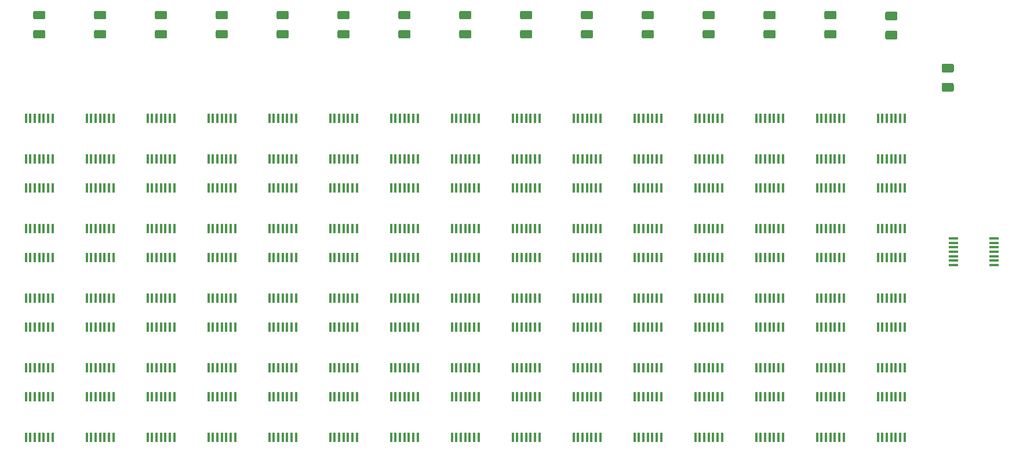
<source format=gbr>
G04 #@! TF.GenerationSoftware,KiCad,Pcbnew,5.1.5-52549c5~84~ubuntu18.04.1*
G04 #@! TF.CreationDate,2020-05-17T15:51:58-07:00*
G04 #@! TF.ProjectId,program_counter,70726f67-7261-46d5-9f63-6f756e746572,rev?*
G04 #@! TF.SameCoordinates,Original*
G04 #@! TF.FileFunction,Paste,Top*
G04 #@! TF.FilePolarity,Positive*
%FSLAX46Y46*%
G04 Gerber Fmt 4.6, Leading zero omitted, Abs format (unit mm)*
G04 Created by KiCad (PCBNEW 5.1.5-52549c5~84~ubuntu18.04.1) date 2020-05-17 15:51:58*
%MOMM*%
%LPD*%
G04 APERTURE LIST*
%ADD10C,0.100000*%
%ADD11R,0.450000X1.450000*%
%ADD12R,1.450000X0.450000*%
G04 APERTURE END LIST*
D10*
G36*
X224804504Y-72906204D02*
G01*
X224828773Y-72909804D01*
X224852571Y-72915765D01*
X224875671Y-72924030D01*
X224897849Y-72934520D01*
X224918893Y-72947133D01*
X224938598Y-72961747D01*
X224956777Y-72978223D01*
X224973253Y-72996402D01*
X224987867Y-73016107D01*
X225000480Y-73037151D01*
X225010970Y-73059329D01*
X225019235Y-73082429D01*
X225025196Y-73106227D01*
X225028796Y-73130496D01*
X225030000Y-73155000D01*
X225030000Y-73905000D01*
X225028796Y-73929504D01*
X225025196Y-73953773D01*
X225019235Y-73977571D01*
X225010970Y-74000671D01*
X225000480Y-74022849D01*
X224987867Y-74043893D01*
X224973253Y-74063598D01*
X224956777Y-74081777D01*
X224938598Y-74098253D01*
X224918893Y-74112867D01*
X224897849Y-74125480D01*
X224875671Y-74135970D01*
X224852571Y-74144235D01*
X224828773Y-74150196D01*
X224804504Y-74153796D01*
X224780000Y-74155000D01*
X223530000Y-74155000D01*
X223505496Y-74153796D01*
X223481227Y-74150196D01*
X223457429Y-74144235D01*
X223434329Y-74135970D01*
X223412151Y-74125480D01*
X223391107Y-74112867D01*
X223371402Y-74098253D01*
X223353223Y-74081777D01*
X223336747Y-74063598D01*
X223322133Y-74043893D01*
X223309520Y-74022849D01*
X223299030Y-74000671D01*
X223290765Y-73977571D01*
X223284804Y-73953773D01*
X223281204Y-73929504D01*
X223280000Y-73905000D01*
X223280000Y-73155000D01*
X223281204Y-73130496D01*
X223284804Y-73106227D01*
X223290765Y-73082429D01*
X223299030Y-73059329D01*
X223309520Y-73037151D01*
X223322133Y-73016107D01*
X223336747Y-72996402D01*
X223353223Y-72978223D01*
X223371402Y-72961747D01*
X223391107Y-72947133D01*
X223412151Y-72934520D01*
X223434329Y-72924030D01*
X223457429Y-72915765D01*
X223481227Y-72909804D01*
X223505496Y-72906204D01*
X223530000Y-72905000D01*
X224780000Y-72905000D01*
X224804504Y-72906204D01*
G37*
G36*
X224804504Y-75706204D02*
G01*
X224828773Y-75709804D01*
X224852571Y-75715765D01*
X224875671Y-75724030D01*
X224897849Y-75734520D01*
X224918893Y-75747133D01*
X224938598Y-75761747D01*
X224956777Y-75778223D01*
X224973253Y-75796402D01*
X224987867Y-75816107D01*
X225000480Y-75837151D01*
X225010970Y-75859329D01*
X225019235Y-75882429D01*
X225025196Y-75906227D01*
X225028796Y-75930496D01*
X225030000Y-75955000D01*
X225030000Y-76705000D01*
X225028796Y-76729504D01*
X225025196Y-76753773D01*
X225019235Y-76777571D01*
X225010970Y-76800671D01*
X225000480Y-76822849D01*
X224987867Y-76843893D01*
X224973253Y-76863598D01*
X224956777Y-76881777D01*
X224938598Y-76898253D01*
X224918893Y-76912867D01*
X224897849Y-76925480D01*
X224875671Y-76935970D01*
X224852571Y-76944235D01*
X224828773Y-76950196D01*
X224804504Y-76953796D01*
X224780000Y-76955000D01*
X223530000Y-76955000D01*
X223505496Y-76953796D01*
X223481227Y-76950196D01*
X223457429Y-76944235D01*
X223434329Y-76935970D01*
X223412151Y-76925480D01*
X223391107Y-76912867D01*
X223371402Y-76898253D01*
X223353223Y-76881777D01*
X223336747Y-76863598D01*
X223322133Y-76843893D01*
X223309520Y-76822849D01*
X223299030Y-76800671D01*
X223290765Y-76777571D01*
X223284804Y-76753773D01*
X223281204Y-76729504D01*
X223280000Y-76705000D01*
X223280000Y-75955000D01*
X223281204Y-75930496D01*
X223284804Y-75906227D01*
X223290765Y-75882429D01*
X223299030Y-75859329D01*
X223309520Y-75837151D01*
X223322133Y-75816107D01*
X223336747Y-75796402D01*
X223353223Y-75778223D01*
X223371402Y-75761747D01*
X223391107Y-75747133D01*
X223412151Y-75734520D01*
X223434329Y-75724030D01*
X223457429Y-75715765D01*
X223481227Y-75709804D01*
X223505496Y-75706204D01*
X223530000Y-75705000D01*
X224780000Y-75705000D01*
X224804504Y-75706204D01*
G37*
D11*
X89490000Y-111350000D03*
X90140000Y-111350000D03*
X90790000Y-111350000D03*
X91440000Y-111350000D03*
X92090000Y-111350000D03*
X92740000Y-111350000D03*
X93390000Y-111350000D03*
X93390000Y-117250000D03*
X92740000Y-117250000D03*
X92090000Y-117250000D03*
X91440000Y-117250000D03*
X90790000Y-117250000D03*
X90140000Y-117250000D03*
X89490000Y-117250000D03*
D12*
X230915000Y-98380000D03*
X230915000Y-99030000D03*
X230915000Y-99680000D03*
X230915000Y-100330000D03*
X230915000Y-100980000D03*
X230915000Y-101630000D03*
X230915000Y-102280000D03*
X225015000Y-102280000D03*
X225015000Y-101630000D03*
X225015000Y-100980000D03*
X225015000Y-100330000D03*
X225015000Y-99680000D03*
X225015000Y-99030000D03*
X225015000Y-98380000D03*
D11*
X205060000Y-80870000D03*
X205710000Y-80870000D03*
X206360000Y-80870000D03*
X207010000Y-80870000D03*
X207660000Y-80870000D03*
X208310000Y-80870000D03*
X208960000Y-80870000D03*
X208960000Y-86770000D03*
X208310000Y-86770000D03*
X207660000Y-86770000D03*
X207010000Y-86770000D03*
X206360000Y-86770000D03*
X205710000Y-86770000D03*
X205060000Y-86770000D03*
X205060000Y-91030000D03*
X205710000Y-91030000D03*
X206360000Y-91030000D03*
X207010000Y-91030000D03*
X207660000Y-91030000D03*
X208310000Y-91030000D03*
X208960000Y-91030000D03*
X208960000Y-96930000D03*
X208310000Y-96930000D03*
X207660000Y-96930000D03*
X207010000Y-96930000D03*
X206360000Y-96930000D03*
X205710000Y-96930000D03*
X205060000Y-96930000D03*
X205060000Y-101190000D03*
X205710000Y-101190000D03*
X206360000Y-101190000D03*
X207010000Y-101190000D03*
X207660000Y-101190000D03*
X208310000Y-101190000D03*
X208960000Y-101190000D03*
X208960000Y-107090000D03*
X208310000Y-107090000D03*
X207660000Y-107090000D03*
X207010000Y-107090000D03*
X206360000Y-107090000D03*
X205710000Y-107090000D03*
X205060000Y-107090000D03*
X205060000Y-111350000D03*
X205710000Y-111350000D03*
X206360000Y-111350000D03*
X207010000Y-111350000D03*
X207660000Y-111350000D03*
X208310000Y-111350000D03*
X208960000Y-111350000D03*
X208960000Y-117250000D03*
X208310000Y-117250000D03*
X207660000Y-117250000D03*
X207010000Y-117250000D03*
X206360000Y-117250000D03*
X205710000Y-117250000D03*
X205060000Y-117250000D03*
X205060000Y-121510000D03*
X205710000Y-121510000D03*
X206360000Y-121510000D03*
X207010000Y-121510000D03*
X207660000Y-121510000D03*
X208310000Y-121510000D03*
X208960000Y-121510000D03*
X208960000Y-127410000D03*
X208310000Y-127410000D03*
X207660000Y-127410000D03*
X207010000Y-127410000D03*
X206360000Y-127410000D03*
X205710000Y-127410000D03*
X205060000Y-127410000D03*
X196170000Y-80870000D03*
X196820000Y-80870000D03*
X197470000Y-80870000D03*
X198120000Y-80870000D03*
X198770000Y-80870000D03*
X199420000Y-80870000D03*
X200070000Y-80870000D03*
X200070000Y-86770000D03*
X199420000Y-86770000D03*
X198770000Y-86770000D03*
X198120000Y-86770000D03*
X197470000Y-86770000D03*
X196820000Y-86770000D03*
X196170000Y-86770000D03*
X196170000Y-91030000D03*
X196820000Y-91030000D03*
X197470000Y-91030000D03*
X198120000Y-91030000D03*
X198770000Y-91030000D03*
X199420000Y-91030000D03*
X200070000Y-91030000D03*
X200070000Y-96930000D03*
X199420000Y-96930000D03*
X198770000Y-96930000D03*
X198120000Y-96930000D03*
X197470000Y-96930000D03*
X196820000Y-96930000D03*
X196170000Y-96930000D03*
X196170000Y-101190000D03*
X196820000Y-101190000D03*
X197470000Y-101190000D03*
X198120000Y-101190000D03*
X198770000Y-101190000D03*
X199420000Y-101190000D03*
X200070000Y-101190000D03*
X200070000Y-107090000D03*
X199420000Y-107090000D03*
X198770000Y-107090000D03*
X198120000Y-107090000D03*
X197470000Y-107090000D03*
X196820000Y-107090000D03*
X196170000Y-107090000D03*
X196170000Y-111350000D03*
X196820000Y-111350000D03*
X197470000Y-111350000D03*
X198120000Y-111350000D03*
X198770000Y-111350000D03*
X199420000Y-111350000D03*
X200070000Y-111350000D03*
X200070000Y-117250000D03*
X199420000Y-117250000D03*
X198770000Y-117250000D03*
X198120000Y-117250000D03*
X197470000Y-117250000D03*
X196820000Y-117250000D03*
X196170000Y-117250000D03*
X196170000Y-121510000D03*
X196820000Y-121510000D03*
X197470000Y-121510000D03*
X198120000Y-121510000D03*
X198770000Y-121510000D03*
X199420000Y-121510000D03*
X200070000Y-121510000D03*
X200070000Y-127410000D03*
X199420000Y-127410000D03*
X198770000Y-127410000D03*
X198120000Y-127410000D03*
X197470000Y-127410000D03*
X196820000Y-127410000D03*
X196170000Y-127410000D03*
X187280000Y-80870000D03*
X187930000Y-80870000D03*
X188580000Y-80870000D03*
X189230000Y-80870000D03*
X189880000Y-80870000D03*
X190530000Y-80870000D03*
X191180000Y-80870000D03*
X191180000Y-86770000D03*
X190530000Y-86770000D03*
X189880000Y-86770000D03*
X189230000Y-86770000D03*
X188580000Y-86770000D03*
X187930000Y-86770000D03*
X187280000Y-86770000D03*
X187280000Y-91030000D03*
X187930000Y-91030000D03*
X188580000Y-91030000D03*
X189230000Y-91030000D03*
X189880000Y-91030000D03*
X190530000Y-91030000D03*
X191180000Y-91030000D03*
X191180000Y-96930000D03*
X190530000Y-96930000D03*
X189880000Y-96930000D03*
X189230000Y-96930000D03*
X188580000Y-96930000D03*
X187930000Y-96930000D03*
X187280000Y-96930000D03*
X187280000Y-101190000D03*
X187930000Y-101190000D03*
X188580000Y-101190000D03*
X189230000Y-101190000D03*
X189880000Y-101190000D03*
X190530000Y-101190000D03*
X191180000Y-101190000D03*
X191180000Y-107090000D03*
X190530000Y-107090000D03*
X189880000Y-107090000D03*
X189230000Y-107090000D03*
X188580000Y-107090000D03*
X187930000Y-107090000D03*
X187280000Y-107090000D03*
X187280000Y-111350000D03*
X187930000Y-111350000D03*
X188580000Y-111350000D03*
X189230000Y-111350000D03*
X189880000Y-111350000D03*
X190530000Y-111350000D03*
X191180000Y-111350000D03*
X191180000Y-117250000D03*
X190530000Y-117250000D03*
X189880000Y-117250000D03*
X189230000Y-117250000D03*
X188580000Y-117250000D03*
X187930000Y-117250000D03*
X187280000Y-117250000D03*
X187280000Y-121510000D03*
X187930000Y-121510000D03*
X188580000Y-121510000D03*
X189230000Y-121510000D03*
X189880000Y-121510000D03*
X190530000Y-121510000D03*
X191180000Y-121510000D03*
X191180000Y-127410000D03*
X190530000Y-127410000D03*
X189880000Y-127410000D03*
X189230000Y-127410000D03*
X188580000Y-127410000D03*
X187930000Y-127410000D03*
X187280000Y-127410000D03*
X178390000Y-80870000D03*
X179040000Y-80870000D03*
X179690000Y-80870000D03*
X180340000Y-80870000D03*
X180990000Y-80870000D03*
X181640000Y-80870000D03*
X182290000Y-80870000D03*
X182290000Y-86770000D03*
X181640000Y-86770000D03*
X180990000Y-86770000D03*
X180340000Y-86770000D03*
X179690000Y-86770000D03*
X179040000Y-86770000D03*
X178390000Y-86770000D03*
X178390000Y-91030000D03*
X179040000Y-91030000D03*
X179690000Y-91030000D03*
X180340000Y-91030000D03*
X180990000Y-91030000D03*
X181640000Y-91030000D03*
X182290000Y-91030000D03*
X182290000Y-96930000D03*
X181640000Y-96930000D03*
X180990000Y-96930000D03*
X180340000Y-96930000D03*
X179690000Y-96930000D03*
X179040000Y-96930000D03*
X178390000Y-96930000D03*
X178390000Y-101190000D03*
X179040000Y-101190000D03*
X179690000Y-101190000D03*
X180340000Y-101190000D03*
X180990000Y-101190000D03*
X181640000Y-101190000D03*
X182290000Y-101190000D03*
X182290000Y-107090000D03*
X181640000Y-107090000D03*
X180990000Y-107090000D03*
X180340000Y-107090000D03*
X179690000Y-107090000D03*
X179040000Y-107090000D03*
X178390000Y-107090000D03*
X178390000Y-111350000D03*
X179040000Y-111350000D03*
X179690000Y-111350000D03*
X180340000Y-111350000D03*
X180990000Y-111350000D03*
X181640000Y-111350000D03*
X182290000Y-111350000D03*
X182290000Y-117250000D03*
X181640000Y-117250000D03*
X180990000Y-117250000D03*
X180340000Y-117250000D03*
X179690000Y-117250000D03*
X179040000Y-117250000D03*
X178390000Y-117250000D03*
X178390000Y-121510000D03*
X179040000Y-121510000D03*
X179690000Y-121510000D03*
X180340000Y-121510000D03*
X180990000Y-121510000D03*
X181640000Y-121510000D03*
X182290000Y-121510000D03*
X182290000Y-127410000D03*
X181640000Y-127410000D03*
X180990000Y-127410000D03*
X180340000Y-127410000D03*
X179690000Y-127410000D03*
X179040000Y-127410000D03*
X178390000Y-127410000D03*
X169500000Y-80870000D03*
X170150000Y-80870000D03*
X170800000Y-80870000D03*
X171450000Y-80870000D03*
X172100000Y-80870000D03*
X172750000Y-80870000D03*
X173400000Y-80870000D03*
X173400000Y-86770000D03*
X172750000Y-86770000D03*
X172100000Y-86770000D03*
X171450000Y-86770000D03*
X170800000Y-86770000D03*
X170150000Y-86770000D03*
X169500000Y-86770000D03*
X169500000Y-91030000D03*
X170150000Y-91030000D03*
X170800000Y-91030000D03*
X171450000Y-91030000D03*
X172100000Y-91030000D03*
X172750000Y-91030000D03*
X173400000Y-91030000D03*
X173400000Y-96930000D03*
X172750000Y-96930000D03*
X172100000Y-96930000D03*
X171450000Y-96930000D03*
X170800000Y-96930000D03*
X170150000Y-96930000D03*
X169500000Y-96930000D03*
X169500000Y-101190000D03*
X170150000Y-101190000D03*
X170800000Y-101190000D03*
X171450000Y-101190000D03*
X172100000Y-101190000D03*
X172750000Y-101190000D03*
X173400000Y-101190000D03*
X173400000Y-107090000D03*
X172750000Y-107090000D03*
X172100000Y-107090000D03*
X171450000Y-107090000D03*
X170800000Y-107090000D03*
X170150000Y-107090000D03*
X169500000Y-107090000D03*
X169500000Y-111350000D03*
X170150000Y-111350000D03*
X170800000Y-111350000D03*
X171450000Y-111350000D03*
X172100000Y-111350000D03*
X172750000Y-111350000D03*
X173400000Y-111350000D03*
X173400000Y-117250000D03*
X172750000Y-117250000D03*
X172100000Y-117250000D03*
X171450000Y-117250000D03*
X170800000Y-117250000D03*
X170150000Y-117250000D03*
X169500000Y-117250000D03*
X169500000Y-121510000D03*
X170150000Y-121510000D03*
X170800000Y-121510000D03*
X171450000Y-121510000D03*
X172100000Y-121510000D03*
X172750000Y-121510000D03*
X173400000Y-121510000D03*
X173400000Y-127410000D03*
X172750000Y-127410000D03*
X172100000Y-127410000D03*
X171450000Y-127410000D03*
X170800000Y-127410000D03*
X170150000Y-127410000D03*
X169500000Y-127410000D03*
X160610000Y-80870000D03*
X161260000Y-80870000D03*
X161910000Y-80870000D03*
X162560000Y-80870000D03*
X163210000Y-80870000D03*
X163860000Y-80870000D03*
X164510000Y-80870000D03*
X164510000Y-86770000D03*
X163860000Y-86770000D03*
X163210000Y-86770000D03*
X162560000Y-86770000D03*
X161910000Y-86770000D03*
X161260000Y-86770000D03*
X160610000Y-86770000D03*
X160610000Y-91030000D03*
X161260000Y-91030000D03*
X161910000Y-91030000D03*
X162560000Y-91030000D03*
X163210000Y-91030000D03*
X163860000Y-91030000D03*
X164510000Y-91030000D03*
X164510000Y-96930000D03*
X163860000Y-96930000D03*
X163210000Y-96930000D03*
X162560000Y-96930000D03*
X161910000Y-96930000D03*
X161260000Y-96930000D03*
X160610000Y-96930000D03*
X160610000Y-101190000D03*
X161260000Y-101190000D03*
X161910000Y-101190000D03*
X162560000Y-101190000D03*
X163210000Y-101190000D03*
X163860000Y-101190000D03*
X164510000Y-101190000D03*
X164510000Y-107090000D03*
X163860000Y-107090000D03*
X163210000Y-107090000D03*
X162560000Y-107090000D03*
X161910000Y-107090000D03*
X161260000Y-107090000D03*
X160610000Y-107090000D03*
X160610000Y-111350000D03*
X161260000Y-111350000D03*
X161910000Y-111350000D03*
X162560000Y-111350000D03*
X163210000Y-111350000D03*
X163860000Y-111350000D03*
X164510000Y-111350000D03*
X164510000Y-117250000D03*
X163860000Y-117250000D03*
X163210000Y-117250000D03*
X162560000Y-117250000D03*
X161910000Y-117250000D03*
X161260000Y-117250000D03*
X160610000Y-117250000D03*
X160610000Y-121510000D03*
X161260000Y-121510000D03*
X161910000Y-121510000D03*
X162560000Y-121510000D03*
X163210000Y-121510000D03*
X163860000Y-121510000D03*
X164510000Y-121510000D03*
X164510000Y-127410000D03*
X163860000Y-127410000D03*
X163210000Y-127410000D03*
X162560000Y-127410000D03*
X161910000Y-127410000D03*
X161260000Y-127410000D03*
X160610000Y-127410000D03*
X151720000Y-80870000D03*
X152370000Y-80870000D03*
X153020000Y-80870000D03*
X153670000Y-80870000D03*
X154320000Y-80870000D03*
X154970000Y-80870000D03*
X155620000Y-80870000D03*
X155620000Y-86770000D03*
X154970000Y-86770000D03*
X154320000Y-86770000D03*
X153670000Y-86770000D03*
X153020000Y-86770000D03*
X152370000Y-86770000D03*
X151720000Y-86770000D03*
X151720000Y-91030000D03*
X152370000Y-91030000D03*
X153020000Y-91030000D03*
X153670000Y-91030000D03*
X154320000Y-91030000D03*
X154970000Y-91030000D03*
X155620000Y-91030000D03*
X155620000Y-96930000D03*
X154970000Y-96930000D03*
X154320000Y-96930000D03*
X153670000Y-96930000D03*
X153020000Y-96930000D03*
X152370000Y-96930000D03*
X151720000Y-96930000D03*
X151720000Y-101190000D03*
X152370000Y-101190000D03*
X153020000Y-101190000D03*
X153670000Y-101190000D03*
X154320000Y-101190000D03*
X154970000Y-101190000D03*
X155620000Y-101190000D03*
X155620000Y-107090000D03*
X154970000Y-107090000D03*
X154320000Y-107090000D03*
X153670000Y-107090000D03*
X153020000Y-107090000D03*
X152370000Y-107090000D03*
X151720000Y-107090000D03*
X151720000Y-111350000D03*
X152370000Y-111350000D03*
X153020000Y-111350000D03*
X153670000Y-111350000D03*
X154320000Y-111350000D03*
X154970000Y-111350000D03*
X155620000Y-111350000D03*
X155620000Y-117250000D03*
X154970000Y-117250000D03*
X154320000Y-117250000D03*
X153670000Y-117250000D03*
X153020000Y-117250000D03*
X152370000Y-117250000D03*
X151720000Y-117250000D03*
X151720000Y-121510000D03*
X152370000Y-121510000D03*
X153020000Y-121510000D03*
X153670000Y-121510000D03*
X154320000Y-121510000D03*
X154970000Y-121510000D03*
X155620000Y-121510000D03*
X155620000Y-127410000D03*
X154970000Y-127410000D03*
X154320000Y-127410000D03*
X153670000Y-127410000D03*
X153020000Y-127410000D03*
X152370000Y-127410000D03*
X151720000Y-127410000D03*
X142830000Y-80870000D03*
X143480000Y-80870000D03*
X144130000Y-80870000D03*
X144780000Y-80870000D03*
X145430000Y-80870000D03*
X146080000Y-80870000D03*
X146730000Y-80870000D03*
X146730000Y-86770000D03*
X146080000Y-86770000D03*
X145430000Y-86770000D03*
X144780000Y-86770000D03*
X144130000Y-86770000D03*
X143480000Y-86770000D03*
X142830000Y-86770000D03*
X142830000Y-91030000D03*
X143480000Y-91030000D03*
X144130000Y-91030000D03*
X144780000Y-91030000D03*
X145430000Y-91030000D03*
X146080000Y-91030000D03*
X146730000Y-91030000D03*
X146730000Y-96930000D03*
X146080000Y-96930000D03*
X145430000Y-96930000D03*
X144780000Y-96930000D03*
X144130000Y-96930000D03*
X143480000Y-96930000D03*
X142830000Y-96930000D03*
X142830000Y-101190000D03*
X143480000Y-101190000D03*
X144130000Y-101190000D03*
X144780000Y-101190000D03*
X145430000Y-101190000D03*
X146080000Y-101190000D03*
X146730000Y-101190000D03*
X146730000Y-107090000D03*
X146080000Y-107090000D03*
X145430000Y-107090000D03*
X144780000Y-107090000D03*
X144130000Y-107090000D03*
X143480000Y-107090000D03*
X142830000Y-107090000D03*
X142830000Y-111350000D03*
X143480000Y-111350000D03*
X144130000Y-111350000D03*
X144780000Y-111350000D03*
X145430000Y-111350000D03*
X146080000Y-111350000D03*
X146730000Y-111350000D03*
X146730000Y-117250000D03*
X146080000Y-117250000D03*
X145430000Y-117250000D03*
X144780000Y-117250000D03*
X144130000Y-117250000D03*
X143480000Y-117250000D03*
X142830000Y-117250000D03*
X142830000Y-121510000D03*
X143480000Y-121510000D03*
X144130000Y-121510000D03*
X144780000Y-121510000D03*
X145430000Y-121510000D03*
X146080000Y-121510000D03*
X146730000Y-121510000D03*
X146730000Y-127410000D03*
X146080000Y-127410000D03*
X145430000Y-127410000D03*
X144780000Y-127410000D03*
X144130000Y-127410000D03*
X143480000Y-127410000D03*
X142830000Y-127410000D03*
X133940000Y-80870000D03*
X134590000Y-80870000D03*
X135240000Y-80870000D03*
X135890000Y-80870000D03*
X136540000Y-80870000D03*
X137190000Y-80870000D03*
X137840000Y-80870000D03*
X137840000Y-86770000D03*
X137190000Y-86770000D03*
X136540000Y-86770000D03*
X135890000Y-86770000D03*
X135240000Y-86770000D03*
X134590000Y-86770000D03*
X133940000Y-86770000D03*
X133940000Y-91030000D03*
X134590000Y-91030000D03*
X135240000Y-91030000D03*
X135890000Y-91030000D03*
X136540000Y-91030000D03*
X137190000Y-91030000D03*
X137840000Y-91030000D03*
X137840000Y-96930000D03*
X137190000Y-96930000D03*
X136540000Y-96930000D03*
X135890000Y-96930000D03*
X135240000Y-96930000D03*
X134590000Y-96930000D03*
X133940000Y-96930000D03*
X133940000Y-101190000D03*
X134590000Y-101190000D03*
X135240000Y-101190000D03*
X135890000Y-101190000D03*
X136540000Y-101190000D03*
X137190000Y-101190000D03*
X137840000Y-101190000D03*
X137840000Y-107090000D03*
X137190000Y-107090000D03*
X136540000Y-107090000D03*
X135890000Y-107090000D03*
X135240000Y-107090000D03*
X134590000Y-107090000D03*
X133940000Y-107090000D03*
X133940000Y-111350000D03*
X134590000Y-111350000D03*
X135240000Y-111350000D03*
X135890000Y-111350000D03*
X136540000Y-111350000D03*
X137190000Y-111350000D03*
X137840000Y-111350000D03*
X137840000Y-117250000D03*
X137190000Y-117250000D03*
X136540000Y-117250000D03*
X135890000Y-117250000D03*
X135240000Y-117250000D03*
X134590000Y-117250000D03*
X133940000Y-117250000D03*
X133940000Y-121510000D03*
X134590000Y-121510000D03*
X135240000Y-121510000D03*
X135890000Y-121510000D03*
X136540000Y-121510000D03*
X137190000Y-121510000D03*
X137840000Y-121510000D03*
X137840000Y-127410000D03*
X137190000Y-127410000D03*
X136540000Y-127410000D03*
X135890000Y-127410000D03*
X135240000Y-127410000D03*
X134590000Y-127410000D03*
X133940000Y-127410000D03*
X125050000Y-80870000D03*
X125700000Y-80870000D03*
X126350000Y-80870000D03*
X127000000Y-80870000D03*
X127650000Y-80870000D03*
X128300000Y-80870000D03*
X128950000Y-80870000D03*
X128950000Y-86770000D03*
X128300000Y-86770000D03*
X127650000Y-86770000D03*
X127000000Y-86770000D03*
X126350000Y-86770000D03*
X125700000Y-86770000D03*
X125050000Y-86770000D03*
X125050000Y-91030000D03*
X125700000Y-91030000D03*
X126350000Y-91030000D03*
X127000000Y-91030000D03*
X127650000Y-91030000D03*
X128300000Y-91030000D03*
X128950000Y-91030000D03*
X128950000Y-96930000D03*
X128300000Y-96930000D03*
X127650000Y-96930000D03*
X127000000Y-96930000D03*
X126350000Y-96930000D03*
X125700000Y-96930000D03*
X125050000Y-96930000D03*
X125050000Y-101190000D03*
X125700000Y-101190000D03*
X126350000Y-101190000D03*
X127000000Y-101190000D03*
X127650000Y-101190000D03*
X128300000Y-101190000D03*
X128950000Y-101190000D03*
X128950000Y-107090000D03*
X128300000Y-107090000D03*
X127650000Y-107090000D03*
X127000000Y-107090000D03*
X126350000Y-107090000D03*
X125700000Y-107090000D03*
X125050000Y-107090000D03*
X125050000Y-111350000D03*
X125700000Y-111350000D03*
X126350000Y-111350000D03*
X127000000Y-111350000D03*
X127650000Y-111350000D03*
X128300000Y-111350000D03*
X128950000Y-111350000D03*
X128950000Y-117250000D03*
X128300000Y-117250000D03*
X127650000Y-117250000D03*
X127000000Y-117250000D03*
X126350000Y-117250000D03*
X125700000Y-117250000D03*
X125050000Y-117250000D03*
X125050000Y-121510000D03*
X125700000Y-121510000D03*
X126350000Y-121510000D03*
X127000000Y-121510000D03*
X127650000Y-121510000D03*
X128300000Y-121510000D03*
X128950000Y-121510000D03*
X128950000Y-127410000D03*
X128300000Y-127410000D03*
X127650000Y-127410000D03*
X127000000Y-127410000D03*
X126350000Y-127410000D03*
X125700000Y-127410000D03*
X125050000Y-127410000D03*
X116160000Y-80870000D03*
X116810000Y-80870000D03*
X117460000Y-80870000D03*
X118110000Y-80870000D03*
X118760000Y-80870000D03*
X119410000Y-80870000D03*
X120060000Y-80870000D03*
X120060000Y-86770000D03*
X119410000Y-86770000D03*
X118760000Y-86770000D03*
X118110000Y-86770000D03*
X117460000Y-86770000D03*
X116810000Y-86770000D03*
X116160000Y-86770000D03*
X116160000Y-91030000D03*
X116810000Y-91030000D03*
X117460000Y-91030000D03*
X118110000Y-91030000D03*
X118760000Y-91030000D03*
X119410000Y-91030000D03*
X120060000Y-91030000D03*
X120060000Y-96930000D03*
X119410000Y-96930000D03*
X118760000Y-96930000D03*
X118110000Y-96930000D03*
X117460000Y-96930000D03*
X116810000Y-96930000D03*
X116160000Y-96930000D03*
X116160000Y-101190000D03*
X116810000Y-101190000D03*
X117460000Y-101190000D03*
X118110000Y-101190000D03*
X118760000Y-101190000D03*
X119410000Y-101190000D03*
X120060000Y-101190000D03*
X120060000Y-107090000D03*
X119410000Y-107090000D03*
X118760000Y-107090000D03*
X118110000Y-107090000D03*
X117460000Y-107090000D03*
X116810000Y-107090000D03*
X116160000Y-107090000D03*
X116160000Y-111350000D03*
X116810000Y-111350000D03*
X117460000Y-111350000D03*
X118110000Y-111350000D03*
X118760000Y-111350000D03*
X119410000Y-111350000D03*
X120060000Y-111350000D03*
X120060000Y-117250000D03*
X119410000Y-117250000D03*
X118760000Y-117250000D03*
X118110000Y-117250000D03*
X117460000Y-117250000D03*
X116810000Y-117250000D03*
X116160000Y-117250000D03*
X116160000Y-121510000D03*
X116810000Y-121510000D03*
X117460000Y-121510000D03*
X118110000Y-121510000D03*
X118760000Y-121510000D03*
X119410000Y-121510000D03*
X120060000Y-121510000D03*
X120060000Y-127410000D03*
X119410000Y-127410000D03*
X118760000Y-127410000D03*
X118110000Y-127410000D03*
X117460000Y-127410000D03*
X116810000Y-127410000D03*
X116160000Y-127410000D03*
X107270000Y-80870000D03*
X107920000Y-80870000D03*
X108570000Y-80870000D03*
X109220000Y-80870000D03*
X109870000Y-80870000D03*
X110520000Y-80870000D03*
X111170000Y-80870000D03*
X111170000Y-86770000D03*
X110520000Y-86770000D03*
X109870000Y-86770000D03*
X109220000Y-86770000D03*
X108570000Y-86770000D03*
X107920000Y-86770000D03*
X107270000Y-86770000D03*
X107270000Y-91030000D03*
X107920000Y-91030000D03*
X108570000Y-91030000D03*
X109220000Y-91030000D03*
X109870000Y-91030000D03*
X110520000Y-91030000D03*
X111170000Y-91030000D03*
X111170000Y-96930000D03*
X110520000Y-96930000D03*
X109870000Y-96930000D03*
X109220000Y-96930000D03*
X108570000Y-96930000D03*
X107920000Y-96930000D03*
X107270000Y-96930000D03*
X107270000Y-101190000D03*
X107920000Y-101190000D03*
X108570000Y-101190000D03*
X109220000Y-101190000D03*
X109870000Y-101190000D03*
X110520000Y-101190000D03*
X111170000Y-101190000D03*
X111170000Y-107090000D03*
X110520000Y-107090000D03*
X109870000Y-107090000D03*
X109220000Y-107090000D03*
X108570000Y-107090000D03*
X107920000Y-107090000D03*
X107270000Y-107090000D03*
X107270000Y-111350000D03*
X107920000Y-111350000D03*
X108570000Y-111350000D03*
X109220000Y-111350000D03*
X109870000Y-111350000D03*
X110520000Y-111350000D03*
X111170000Y-111350000D03*
X111170000Y-117250000D03*
X110520000Y-117250000D03*
X109870000Y-117250000D03*
X109220000Y-117250000D03*
X108570000Y-117250000D03*
X107920000Y-117250000D03*
X107270000Y-117250000D03*
X107270000Y-121510000D03*
X107920000Y-121510000D03*
X108570000Y-121510000D03*
X109220000Y-121510000D03*
X109870000Y-121510000D03*
X110520000Y-121510000D03*
X111170000Y-121510000D03*
X111170000Y-127410000D03*
X110520000Y-127410000D03*
X109870000Y-127410000D03*
X109220000Y-127410000D03*
X108570000Y-127410000D03*
X107920000Y-127410000D03*
X107270000Y-127410000D03*
X98380000Y-80870000D03*
X99030000Y-80870000D03*
X99680000Y-80870000D03*
X100330000Y-80870000D03*
X100980000Y-80870000D03*
X101630000Y-80870000D03*
X102280000Y-80870000D03*
X102280000Y-86770000D03*
X101630000Y-86770000D03*
X100980000Y-86770000D03*
X100330000Y-86770000D03*
X99680000Y-86770000D03*
X99030000Y-86770000D03*
X98380000Y-86770000D03*
X98380000Y-91030000D03*
X99030000Y-91030000D03*
X99680000Y-91030000D03*
X100330000Y-91030000D03*
X100980000Y-91030000D03*
X101630000Y-91030000D03*
X102280000Y-91030000D03*
X102280000Y-96930000D03*
X101630000Y-96930000D03*
X100980000Y-96930000D03*
X100330000Y-96930000D03*
X99680000Y-96930000D03*
X99030000Y-96930000D03*
X98380000Y-96930000D03*
X98380000Y-101190000D03*
X99030000Y-101190000D03*
X99680000Y-101190000D03*
X100330000Y-101190000D03*
X100980000Y-101190000D03*
X101630000Y-101190000D03*
X102280000Y-101190000D03*
X102280000Y-107090000D03*
X101630000Y-107090000D03*
X100980000Y-107090000D03*
X100330000Y-107090000D03*
X99680000Y-107090000D03*
X99030000Y-107090000D03*
X98380000Y-107090000D03*
X98380000Y-111350000D03*
X99030000Y-111350000D03*
X99680000Y-111350000D03*
X100330000Y-111350000D03*
X100980000Y-111350000D03*
X101630000Y-111350000D03*
X102280000Y-111350000D03*
X102280000Y-117250000D03*
X101630000Y-117250000D03*
X100980000Y-117250000D03*
X100330000Y-117250000D03*
X99680000Y-117250000D03*
X99030000Y-117250000D03*
X98380000Y-117250000D03*
X98380000Y-121510000D03*
X99030000Y-121510000D03*
X99680000Y-121510000D03*
X100330000Y-121510000D03*
X100980000Y-121510000D03*
X101630000Y-121510000D03*
X102280000Y-121510000D03*
X102280000Y-127410000D03*
X101630000Y-127410000D03*
X100980000Y-127410000D03*
X100330000Y-127410000D03*
X99680000Y-127410000D03*
X99030000Y-127410000D03*
X98380000Y-127410000D03*
X89490000Y-80870000D03*
X90140000Y-80870000D03*
X90790000Y-80870000D03*
X91440000Y-80870000D03*
X92090000Y-80870000D03*
X92740000Y-80870000D03*
X93390000Y-80870000D03*
X93390000Y-86770000D03*
X92740000Y-86770000D03*
X92090000Y-86770000D03*
X91440000Y-86770000D03*
X90790000Y-86770000D03*
X90140000Y-86770000D03*
X89490000Y-86770000D03*
X89490000Y-91030000D03*
X90140000Y-91030000D03*
X90790000Y-91030000D03*
X91440000Y-91030000D03*
X92090000Y-91030000D03*
X92740000Y-91030000D03*
X93390000Y-91030000D03*
X93390000Y-96930000D03*
X92740000Y-96930000D03*
X92090000Y-96930000D03*
X91440000Y-96930000D03*
X90790000Y-96930000D03*
X90140000Y-96930000D03*
X89490000Y-96930000D03*
X89490000Y-101190000D03*
X90140000Y-101190000D03*
X90790000Y-101190000D03*
X91440000Y-101190000D03*
X92090000Y-101190000D03*
X92740000Y-101190000D03*
X93390000Y-101190000D03*
X93390000Y-107090000D03*
X92740000Y-107090000D03*
X92090000Y-107090000D03*
X91440000Y-107090000D03*
X90790000Y-107090000D03*
X90140000Y-107090000D03*
X89490000Y-107090000D03*
X89490000Y-121510000D03*
X90140000Y-121510000D03*
X90790000Y-121510000D03*
X91440000Y-121510000D03*
X92090000Y-121510000D03*
X92740000Y-121510000D03*
X93390000Y-121510000D03*
X93390000Y-127410000D03*
X92740000Y-127410000D03*
X92090000Y-127410000D03*
X91440000Y-127410000D03*
X90790000Y-127410000D03*
X90140000Y-127410000D03*
X89490000Y-127410000D03*
X213950000Y-80870000D03*
X214600000Y-80870000D03*
X215250000Y-80870000D03*
X215900000Y-80870000D03*
X216550000Y-80870000D03*
X217200000Y-80870000D03*
X217850000Y-80870000D03*
X217850000Y-86770000D03*
X217200000Y-86770000D03*
X216550000Y-86770000D03*
X215900000Y-86770000D03*
X215250000Y-86770000D03*
X214600000Y-86770000D03*
X213950000Y-86770000D03*
X213950000Y-91030000D03*
X214600000Y-91030000D03*
X215250000Y-91030000D03*
X215900000Y-91030000D03*
X216550000Y-91030000D03*
X217200000Y-91030000D03*
X217850000Y-91030000D03*
X217850000Y-96930000D03*
X217200000Y-96930000D03*
X216550000Y-96930000D03*
X215900000Y-96930000D03*
X215250000Y-96930000D03*
X214600000Y-96930000D03*
X213950000Y-96930000D03*
X213950000Y-101190000D03*
X214600000Y-101190000D03*
X215250000Y-101190000D03*
X215900000Y-101190000D03*
X216550000Y-101190000D03*
X217200000Y-101190000D03*
X217850000Y-101190000D03*
X217850000Y-107090000D03*
X217200000Y-107090000D03*
X216550000Y-107090000D03*
X215900000Y-107090000D03*
X215250000Y-107090000D03*
X214600000Y-107090000D03*
X213950000Y-107090000D03*
X213950000Y-111350000D03*
X214600000Y-111350000D03*
X215250000Y-111350000D03*
X215900000Y-111350000D03*
X216550000Y-111350000D03*
X217200000Y-111350000D03*
X217850000Y-111350000D03*
X217850000Y-117250000D03*
X217200000Y-117250000D03*
X216550000Y-117250000D03*
X215900000Y-117250000D03*
X215250000Y-117250000D03*
X214600000Y-117250000D03*
X213950000Y-117250000D03*
X213950000Y-121510000D03*
X214600000Y-121510000D03*
X215250000Y-121510000D03*
X215900000Y-121510000D03*
X216550000Y-121510000D03*
X217200000Y-121510000D03*
X217850000Y-121510000D03*
X217850000Y-127410000D03*
X217200000Y-127410000D03*
X216550000Y-127410000D03*
X215900000Y-127410000D03*
X215250000Y-127410000D03*
X214600000Y-127410000D03*
X213950000Y-127410000D03*
D10*
G36*
X92089504Y-67956204D02*
G01*
X92113773Y-67959804D01*
X92137571Y-67965765D01*
X92160671Y-67974030D01*
X92182849Y-67984520D01*
X92203893Y-67997133D01*
X92223598Y-68011747D01*
X92241777Y-68028223D01*
X92258253Y-68046402D01*
X92272867Y-68066107D01*
X92285480Y-68087151D01*
X92295970Y-68109329D01*
X92304235Y-68132429D01*
X92310196Y-68156227D01*
X92313796Y-68180496D01*
X92315000Y-68205000D01*
X92315000Y-68955000D01*
X92313796Y-68979504D01*
X92310196Y-69003773D01*
X92304235Y-69027571D01*
X92295970Y-69050671D01*
X92285480Y-69072849D01*
X92272867Y-69093893D01*
X92258253Y-69113598D01*
X92241777Y-69131777D01*
X92223598Y-69148253D01*
X92203893Y-69162867D01*
X92182849Y-69175480D01*
X92160671Y-69185970D01*
X92137571Y-69194235D01*
X92113773Y-69200196D01*
X92089504Y-69203796D01*
X92065000Y-69205000D01*
X90815000Y-69205000D01*
X90790496Y-69203796D01*
X90766227Y-69200196D01*
X90742429Y-69194235D01*
X90719329Y-69185970D01*
X90697151Y-69175480D01*
X90676107Y-69162867D01*
X90656402Y-69148253D01*
X90638223Y-69131777D01*
X90621747Y-69113598D01*
X90607133Y-69093893D01*
X90594520Y-69072849D01*
X90584030Y-69050671D01*
X90575765Y-69027571D01*
X90569804Y-69003773D01*
X90566204Y-68979504D01*
X90565000Y-68955000D01*
X90565000Y-68205000D01*
X90566204Y-68180496D01*
X90569804Y-68156227D01*
X90575765Y-68132429D01*
X90584030Y-68109329D01*
X90594520Y-68087151D01*
X90607133Y-68066107D01*
X90621747Y-68046402D01*
X90638223Y-68028223D01*
X90656402Y-68011747D01*
X90676107Y-67997133D01*
X90697151Y-67984520D01*
X90719329Y-67974030D01*
X90742429Y-67965765D01*
X90766227Y-67959804D01*
X90790496Y-67956204D01*
X90815000Y-67955000D01*
X92065000Y-67955000D01*
X92089504Y-67956204D01*
G37*
G36*
X92089504Y-65156204D02*
G01*
X92113773Y-65159804D01*
X92137571Y-65165765D01*
X92160671Y-65174030D01*
X92182849Y-65184520D01*
X92203893Y-65197133D01*
X92223598Y-65211747D01*
X92241777Y-65228223D01*
X92258253Y-65246402D01*
X92272867Y-65266107D01*
X92285480Y-65287151D01*
X92295970Y-65309329D01*
X92304235Y-65332429D01*
X92310196Y-65356227D01*
X92313796Y-65380496D01*
X92315000Y-65405000D01*
X92315000Y-66155000D01*
X92313796Y-66179504D01*
X92310196Y-66203773D01*
X92304235Y-66227571D01*
X92295970Y-66250671D01*
X92285480Y-66272849D01*
X92272867Y-66293893D01*
X92258253Y-66313598D01*
X92241777Y-66331777D01*
X92223598Y-66348253D01*
X92203893Y-66362867D01*
X92182849Y-66375480D01*
X92160671Y-66385970D01*
X92137571Y-66394235D01*
X92113773Y-66400196D01*
X92089504Y-66403796D01*
X92065000Y-66405000D01*
X90815000Y-66405000D01*
X90790496Y-66403796D01*
X90766227Y-66400196D01*
X90742429Y-66394235D01*
X90719329Y-66385970D01*
X90697151Y-66375480D01*
X90676107Y-66362867D01*
X90656402Y-66348253D01*
X90638223Y-66331777D01*
X90621747Y-66313598D01*
X90607133Y-66293893D01*
X90594520Y-66272849D01*
X90584030Y-66250671D01*
X90575765Y-66227571D01*
X90569804Y-66203773D01*
X90566204Y-66179504D01*
X90565000Y-66155000D01*
X90565000Y-65405000D01*
X90566204Y-65380496D01*
X90569804Y-65356227D01*
X90575765Y-65332429D01*
X90584030Y-65309329D01*
X90594520Y-65287151D01*
X90607133Y-65266107D01*
X90621747Y-65246402D01*
X90638223Y-65228223D01*
X90656402Y-65211747D01*
X90676107Y-65197133D01*
X90697151Y-65184520D01*
X90719329Y-65174030D01*
X90742429Y-65165765D01*
X90766227Y-65159804D01*
X90790496Y-65156204D01*
X90815000Y-65155000D01*
X92065000Y-65155000D01*
X92089504Y-65156204D01*
G37*
G36*
X100979504Y-67956204D02*
G01*
X101003773Y-67959804D01*
X101027571Y-67965765D01*
X101050671Y-67974030D01*
X101072849Y-67984520D01*
X101093893Y-67997133D01*
X101113598Y-68011747D01*
X101131777Y-68028223D01*
X101148253Y-68046402D01*
X101162867Y-68066107D01*
X101175480Y-68087151D01*
X101185970Y-68109329D01*
X101194235Y-68132429D01*
X101200196Y-68156227D01*
X101203796Y-68180496D01*
X101205000Y-68205000D01*
X101205000Y-68955000D01*
X101203796Y-68979504D01*
X101200196Y-69003773D01*
X101194235Y-69027571D01*
X101185970Y-69050671D01*
X101175480Y-69072849D01*
X101162867Y-69093893D01*
X101148253Y-69113598D01*
X101131777Y-69131777D01*
X101113598Y-69148253D01*
X101093893Y-69162867D01*
X101072849Y-69175480D01*
X101050671Y-69185970D01*
X101027571Y-69194235D01*
X101003773Y-69200196D01*
X100979504Y-69203796D01*
X100955000Y-69205000D01*
X99705000Y-69205000D01*
X99680496Y-69203796D01*
X99656227Y-69200196D01*
X99632429Y-69194235D01*
X99609329Y-69185970D01*
X99587151Y-69175480D01*
X99566107Y-69162867D01*
X99546402Y-69148253D01*
X99528223Y-69131777D01*
X99511747Y-69113598D01*
X99497133Y-69093893D01*
X99484520Y-69072849D01*
X99474030Y-69050671D01*
X99465765Y-69027571D01*
X99459804Y-69003773D01*
X99456204Y-68979504D01*
X99455000Y-68955000D01*
X99455000Y-68205000D01*
X99456204Y-68180496D01*
X99459804Y-68156227D01*
X99465765Y-68132429D01*
X99474030Y-68109329D01*
X99484520Y-68087151D01*
X99497133Y-68066107D01*
X99511747Y-68046402D01*
X99528223Y-68028223D01*
X99546402Y-68011747D01*
X99566107Y-67997133D01*
X99587151Y-67984520D01*
X99609329Y-67974030D01*
X99632429Y-67965765D01*
X99656227Y-67959804D01*
X99680496Y-67956204D01*
X99705000Y-67955000D01*
X100955000Y-67955000D01*
X100979504Y-67956204D01*
G37*
G36*
X100979504Y-65156204D02*
G01*
X101003773Y-65159804D01*
X101027571Y-65165765D01*
X101050671Y-65174030D01*
X101072849Y-65184520D01*
X101093893Y-65197133D01*
X101113598Y-65211747D01*
X101131777Y-65228223D01*
X101148253Y-65246402D01*
X101162867Y-65266107D01*
X101175480Y-65287151D01*
X101185970Y-65309329D01*
X101194235Y-65332429D01*
X101200196Y-65356227D01*
X101203796Y-65380496D01*
X101205000Y-65405000D01*
X101205000Y-66155000D01*
X101203796Y-66179504D01*
X101200196Y-66203773D01*
X101194235Y-66227571D01*
X101185970Y-66250671D01*
X101175480Y-66272849D01*
X101162867Y-66293893D01*
X101148253Y-66313598D01*
X101131777Y-66331777D01*
X101113598Y-66348253D01*
X101093893Y-66362867D01*
X101072849Y-66375480D01*
X101050671Y-66385970D01*
X101027571Y-66394235D01*
X101003773Y-66400196D01*
X100979504Y-66403796D01*
X100955000Y-66405000D01*
X99705000Y-66405000D01*
X99680496Y-66403796D01*
X99656227Y-66400196D01*
X99632429Y-66394235D01*
X99609329Y-66385970D01*
X99587151Y-66375480D01*
X99566107Y-66362867D01*
X99546402Y-66348253D01*
X99528223Y-66331777D01*
X99511747Y-66313598D01*
X99497133Y-66293893D01*
X99484520Y-66272849D01*
X99474030Y-66250671D01*
X99465765Y-66227571D01*
X99459804Y-66203773D01*
X99456204Y-66179504D01*
X99455000Y-66155000D01*
X99455000Y-65405000D01*
X99456204Y-65380496D01*
X99459804Y-65356227D01*
X99465765Y-65332429D01*
X99474030Y-65309329D01*
X99484520Y-65287151D01*
X99497133Y-65266107D01*
X99511747Y-65246402D01*
X99528223Y-65228223D01*
X99546402Y-65211747D01*
X99566107Y-65197133D01*
X99587151Y-65184520D01*
X99609329Y-65174030D01*
X99632429Y-65165765D01*
X99656227Y-65159804D01*
X99680496Y-65156204D01*
X99705000Y-65155000D01*
X100955000Y-65155000D01*
X100979504Y-65156204D01*
G37*
G36*
X109869504Y-67956204D02*
G01*
X109893773Y-67959804D01*
X109917571Y-67965765D01*
X109940671Y-67974030D01*
X109962849Y-67984520D01*
X109983893Y-67997133D01*
X110003598Y-68011747D01*
X110021777Y-68028223D01*
X110038253Y-68046402D01*
X110052867Y-68066107D01*
X110065480Y-68087151D01*
X110075970Y-68109329D01*
X110084235Y-68132429D01*
X110090196Y-68156227D01*
X110093796Y-68180496D01*
X110095000Y-68205000D01*
X110095000Y-68955000D01*
X110093796Y-68979504D01*
X110090196Y-69003773D01*
X110084235Y-69027571D01*
X110075970Y-69050671D01*
X110065480Y-69072849D01*
X110052867Y-69093893D01*
X110038253Y-69113598D01*
X110021777Y-69131777D01*
X110003598Y-69148253D01*
X109983893Y-69162867D01*
X109962849Y-69175480D01*
X109940671Y-69185970D01*
X109917571Y-69194235D01*
X109893773Y-69200196D01*
X109869504Y-69203796D01*
X109845000Y-69205000D01*
X108595000Y-69205000D01*
X108570496Y-69203796D01*
X108546227Y-69200196D01*
X108522429Y-69194235D01*
X108499329Y-69185970D01*
X108477151Y-69175480D01*
X108456107Y-69162867D01*
X108436402Y-69148253D01*
X108418223Y-69131777D01*
X108401747Y-69113598D01*
X108387133Y-69093893D01*
X108374520Y-69072849D01*
X108364030Y-69050671D01*
X108355765Y-69027571D01*
X108349804Y-69003773D01*
X108346204Y-68979504D01*
X108345000Y-68955000D01*
X108345000Y-68205000D01*
X108346204Y-68180496D01*
X108349804Y-68156227D01*
X108355765Y-68132429D01*
X108364030Y-68109329D01*
X108374520Y-68087151D01*
X108387133Y-68066107D01*
X108401747Y-68046402D01*
X108418223Y-68028223D01*
X108436402Y-68011747D01*
X108456107Y-67997133D01*
X108477151Y-67984520D01*
X108499329Y-67974030D01*
X108522429Y-67965765D01*
X108546227Y-67959804D01*
X108570496Y-67956204D01*
X108595000Y-67955000D01*
X109845000Y-67955000D01*
X109869504Y-67956204D01*
G37*
G36*
X109869504Y-65156204D02*
G01*
X109893773Y-65159804D01*
X109917571Y-65165765D01*
X109940671Y-65174030D01*
X109962849Y-65184520D01*
X109983893Y-65197133D01*
X110003598Y-65211747D01*
X110021777Y-65228223D01*
X110038253Y-65246402D01*
X110052867Y-65266107D01*
X110065480Y-65287151D01*
X110075970Y-65309329D01*
X110084235Y-65332429D01*
X110090196Y-65356227D01*
X110093796Y-65380496D01*
X110095000Y-65405000D01*
X110095000Y-66155000D01*
X110093796Y-66179504D01*
X110090196Y-66203773D01*
X110084235Y-66227571D01*
X110075970Y-66250671D01*
X110065480Y-66272849D01*
X110052867Y-66293893D01*
X110038253Y-66313598D01*
X110021777Y-66331777D01*
X110003598Y-66348253D01*
X109983893Y-66362867D01*
X109962849Y-66375480D01*
X109940671Y-66385970D01*
X109917571Y-66394235D01*
X109893773Y-66400196D01*
X109869504Y-66403796D01*
X109845000Y-66405000D01*
X108595000Y-66405000D01*
X108570496Y-66403796D01*
X108546227Y-66400196D01*
X108522429Y-66394235D01*
X108499329Y-66385970D01*
X108477151Y-66375480D01*
X108456107Y-66362867D01*
X108436402Y-66348253D01*
X108418223Y-66331777D01*
X108401747Y-66313598D01*
X108387133Y-66293893D01*
X108374520Y-66272849D01*
X108364030Y-66250671D01*
X108355765Y-66227571D01*
X108349804Y-66203773D01*
X108346204Y-66179504D01*
X108345000Y-66155000D01*
X108345000Y-65405000D01*
X108346204Y-65380496D01*
X108349804Y-65356227D01*
X108355765Y-65332429D01*
X108364030Y-65309329D01*
X108374520Y-65287151D01*
X108387133Y-65266107D01*
X108401747Y-65246402D01*
X108418223Y-65228223D01*
X108436402Y-65211747D01*
X108456107Y-65197133D01*
X108477151Y-65184520D01*
X108499329Y-65174030D01*
X108522429Y-65165765D01*
X108546227Y-65159804D01*
X108570496Y-65156204D01*
X108595000Y-65155000D01*
X109845000Y-65155000D01*
X109869504Y-65156204D01*
G37*
G36*
X118759504Y-67956204D02*
G01*
X118783773Y-67959804D01*
X118807571Y-67965765D01*
X118830671Y-67974030D01*
X118852849Y-67984520D01*
X118873893Y-67997133D01*
X118893598Y-68011747D01*
X118911777Y-68028223D01*
X118928253Y-68046402D01*
X118942867Y-68066107D01*
X118955480Y-68087151D01*
X118965970Y-68109329D01*
X118974235Y-68132429D01*
X118980196Y-68156227D01*
X118983796Y-68180496D01*
X118985000Y-68205000D01*
X118985000Y-68955000D01*
X118983796Y-68979504D01*
X118980196Y-69003773D01*
X118974235Y-69027571D01*
X118965970Y-69050671D01*
X118955480Y-69072849D01*
X118942867Y-69093893D01*
X118928253Y-69113598D01*
X118911777Y-69131777D01*
X118893598Y-69148253D01*
X118873893Y-69162867D01*
X118852849Y-69175480D01*
X118830671Y-69185970D01*
X118807571Y-69194235D01*
X118783773Y-69200196D01*
X118759504Y-69203796D01*
X118735000Y-69205000D01*
X117485000Y-69205000D01*
X117460496Y-69203796D01*
X117436227Y-69200196D01*
X117412429Y-69194235D01*
X117389329Y-69185970D01*
X117367151Y-69175480D01*
X117346107Y-69162867D01*
X117326402Y-69148253D01*
X117308223Y-69131777D01*
X117291747Y-69113598D01*
X117277133Y-69093893D01*
X117264520Y-69072849D01*
X117254030Y-69050671D01*
X117245765Y-69027571D01*
X117239804Y-69003773D01*
X117236204Y-68979504D01*
X117235000Y-68955000D01*
X117235000Y-68205000D01*
X117236204Y-68180496D01*
X117239804Y-68156227D01*
X117245765Y-68132429D01*
X117254030Y-68109329D01*
X117264520Y-68087151D01*
X117277133Y-68066107D01*
X117291747Y-68046402D01*
X117308223Y-68028223D01*
X117326402Y-68011747D01*
X117346107Y-67997133D01*
X117367151Y-67984520D01*
X117389329Y-67974030D01*
X117412429Y-67965765D01*
X117436227Y-67959804D01*
X117460496Y-67956204D01*
X117485000Y-67955000D01*
X118735000Y-67955000D01*
X118759504Y-67956204D01*
G37*
G36*
X118759504Y-65156204D02*
G01*
X118783773Y-65159804D01*
X118807571Y-65165765D01*
X118830671Y-65174030D01*
X118852849Y-65184520D01*
X118873893Y-65197133D01*
X118893598Y-65211747D01*
X118911777Y-65228223D01*
X118928253Y-65246402D01*
X118942867Y-65266107D01*
X118955480Y-65287151D01*
X118965970Y-65309329D01*
X118974235Y-65332429D01*
X118980196Y-65356227D01*
X118983796Y-65380496D01*
X118985000Y-65405000D01*
X118985000Y-66155000D01*
X118983796Y-66179504D01*
X118980196Y-66203773D01*
X118974235Y-66227571D01*
X118965970Y-66250671D01*
X118955480Y-66272849D01*
X118942867Y-66293893D01*
X118928253Y-66313598D01*
X118911777Y-66331777D01*
X118893598Y-66348253D01*
X118873893Y-66362867D01*
X118852849Y-66375480D01*
X118830671Y-66385970D01*
X118807571Y-66394235D01*
X118783773Y-66400196D01*
X118759504Y-66403796D01*
X118735000Y-66405000D01*
X117485000Y-66405000D01*
X117460496Y-66403796D01*
X117436227Y-66400196D01*
X117412429Y-66394235D01*
X117389329Y-66385970D01*
X117367151Y-66375480D01*
X117346107Y-66362867D01*
X117326402Y-66348253D01*
X117308223Y-66331777D01*
X117291747Y-66313598D01*
X117277133Y-66293893D01*
X117264520Y-66272849D01*
X117254030Y-66250671D01*
X117245765Y-66227571D01*
X117239804Y-66203773D01*
X117236204Y-66179504D01*
X117235000Y-66155000D01*
X117235000Y-65405000D01*
X117236204Y-65380496D01*
X117239804Y-65356227D01*
X117245765Y-65332429D01*
X117254030Y-65309329D01*
X117264520Y-65287151D01*
X117277133Y-65266107D01*
X117291747Y-65246402D01*
X117308223Y-65228223D01*
X117326402Y-65211747D01*
X117346107Y-65197133D01*
X117367151Y-65184520D01*
X117389329Y-65174030D01*
X117412429Y-65165765D01*
X117436227Y-65159804D01*
X117460496Y-65156204D01*
X117485000Y-65155000D01*
X118735000Y-65155000D01*
X118759504Y-65156204D01*
G37*
G36*
X127649504Y-67956204D02*
G01*
X127673773Y-67959804D01*
X127697571Y-67965765D01*
X127720671Y-67974030D01*
X127742849Y-67984520D01*
X127763893Y-67997133D01*
X127783598Y-68011747D01*
X127801777Y-68028223D01*
X127818253Y-68046402D01*
X127832867Y-68066107D01*
X127845480Y-68087151D01*
X127855970Y-68109329D01*
X127864235Y-68132429D01*
X127870196Y-68156227D01*
X127873796Y-68180496D01*
X127875000Y-68205000D01*
X127875000Y-68955000D01*
X127873796Y-68979504D01*
X127870196Y-69003773D01*
X127864235Y-69027571D01*
X127855970Y-69050671D01*
X127845480Y-69072849D01*
X127832867Y-69093893D01*
X127818253Y-69113598D01*
X127801777Y-69131777D01*
X127783598Y-69148253D01*
X127763893Y-69162867D01*
X127742849Y-69175480D01*
X127720671Y-69185970D01*
X127697571Y-69194235D01*
X127673773Y-69200196D01*
X127649504Y-69203796D01*
X127625000Y-69205000D01*
X126375000Y-69205000D01*
X126350496Y-69203796D01*
X126326227Y-69200196D01*
X126302429Y-69194235D01*
X126279329Y-69185970D01*
X126257151Y-69175480D01*
X126236107Y-69162867D01*
X126216402Y-69148253D01*
X126198223Y-69131777D01*
X126181747Y-69113598D01*
X126167133Y-69093893D01*
X126154520Y-69072849D01*
X126144030Y-69050671D01*
X126135765Y-69027571D01*
X126129804Y-69003773D01*
X126126204Y-68979504D01*
X126125000Y-68955000D01*
X126125000Y-68205000D01*
X126126204Y-68180496D01*
X126129804Y-68156227D01*
X126135765Y-68132429D01*
X126144030Y-68109329D01*
X126154520Y-68087151D01*
X126167133Y-68066107D01*
X126181747Y-68046402D01*
X126198223Y-68028223D01*
X126216402Y-68011747D01*
X126236107Y-67997133D01*
X126257151Y-67984520D01*
X126279329Y-67974030D01*
X126302429Y-67965765D01*
X126326227Y-67959804D01*
X126350496Y-67956204D01*
X126375000Y-67955000D01*
X127625000Y-67955000D01*
X127649504Y-67956204D01*
G37*
G36*
X127649504Y-65156204D02*
G01*
X127673773Y-65159804D01*
X127697571Y-65165765D01*
X127720671Y-65174030D01*
X127742849Y-65184520D01*
X127763893Y-65197133D01*
X127783598Y-65211747D01*
X127801777Y-65228223D01*
X127818253Y-65246402D01*
X127832867Y-65266107D01*
X127845480Y-65287151D01*
X127855970Y-65309329D01*
X127864235Y-65332429D01*
X127870196Y-65356227D01*
X127873796Y-65380496D01*
X127875000Y-65405000D01*
X127875000Y-66155000D01*
X127873796Y-66179504D01*
X127870196Y-66203773D01*
X127864235Y-66227571D01*
X127855970Y-66250671D01*
X127845480Y-66272849D01*
X127832867Y-66293893D01*
X127818253Y-66313598D01*
X127801777Y-66331777D01*
X127783598Y-66348253D01*
X127763893Y-66362867D01*
X127742849Y-66375480D01*
X127720671Y-66385970D01*
X127697571Y-66394235D01*
X127673773Y-66400196D01*
X127649504Y-66403796D01*
X127625000Y-66405000D01*
X126375000Y-66405000D01*
X126350496Y-66403796D01*
X126326227Y-66400196D01*
X126302429Y-66394235D01*
X126279329Y-66385970D01*
X126257151Y-66375480D01*
X126236107Y-66362867D01*
X126216402Y-66348253D01*
X126198223Y-66331777D01*
X126181747Y-66313598D01*
X126167133Y-66293893D01*
X126154520Y-66272849D01*
X126144030Y-66250671D01*
X126135765Y-66227571D01*
X126129804Y-66203773D01*
X126126204Y-66179504D01*
X126125000Y-66155000D01*
X126125000Y-65405000D01*
X126126204Y-65380496D01*
X126129804Y-65356227D01*
X126135765Y-65332429D01*
X126144030Y-65309329D01*
X126154520Y-65287151D01*
X126167133Y-65266107D01*
X126181747Y-65246402D01*
X126198223Y-65228223D01*
X126216402Y-65211747D01*
X126236107Y-65197133D01*
X126257151Y-65184520D01*
X126279329Y-65174030D01*
X126302429Y-65165765D01*
X126326227Y-65159804D01*
X126350496Y-65156204D01*
X126375000Y-65155000D01*
X127625000Y-65155000D01*
X127649504Y-65156204D01*
G37*
G36*
X136539504Y-67956204D02*
G01*
X136563773Y-67959804D01*
X136587571Y-67965765D01*
X136610671Y-67974030D01*
X136632849Y-67984520D01*
X136653893Y-67997133D01*
X136673598Y-68011747D01*
X136691777Y-68028223D01*
X136708253Y-68046402D01*
X136722867Y-68066107D01*
X136735480Y-68087151D01*
X136745970Y-68109329D01*
X136754235Y-68132429D01*
X136760196Y-68156227D01*
X136763796Y-68180496D01*
X136765000Y-68205000D01*
X136765000Y-68955000D01*
X136763796Y-68979504D01*
X136760196Y-69003773D01*
X136754235Y-69027571D01*
X136745970Y-69050671D01*
X136735480Y-69072849D01*
X136722867Y-69093893D01*
X136708253Y-69113598D01*
X136691777Y-69131777D01*
X136673598Y-69148253D01*
X136653893Y-69162867D01*
X136632849Y-69175480D01*
X136610671Y-69185970D01*
X136587571Y-69194235D01*
X136563773Y-69200196D01*
X136539504Y-69203796D01*
X136515000Y-69205000D01*
X135265000Y-69205000D01*
X135240496Y-69203796D01*
X135216227Y-69200196D01*
X135192429Y-69194235D01*
X135169329Y-69185970D01*
X135147151Y-69175480D01*
X135126107Y-69162867D01*
X135106402Y-69148253D01*
X135088223Y-69131777D01*
X135071747Y-69113598D01*
X135057133Y-69093893D01*
X135044520Y-69072849D01*
X135034030Y-69050671D01*
X135025765Y-69027571D01*
X135019804Y-69003773D01*
X135016204Y-68979504D01*
X135015000Y-68955000D01*
X135015000Y-68205000D01*
X135016204Y-68180496D01*
X135019804Y-68156227D01*
X135025765Y-68132429D01*
X135034030Y-68109329D01*
X135044520Y-68087151D01*
X135057133Y-68066107D01*
X135071747Y-68046402D01*
X135088223Y-68028223D01*
X135106402Y-68011747D01*
X135126107Y-67997133D01*
X135147151Y-67984520D01*
X135169329Y-67974030D01*
X135192429Y-67965765D01*
X135216227Y-67959804D01*
X135240496Y-67956204D01*
X135265000Y-67955000D01*
X136515000Y-67955000D01*
X136539504Y-67956204D01*
G37*
G36*
X136539504Y-65156204D02*
G01*
X136563773Y-65159804D01*
X136587571Y-65165765D01*
X136610671Y-65174030D01*
X136632849Y-65184520D01*
X136653893Y-65197133D01*
X136673598Y-65211747D01*
X136691777Y-65228223D01*
X136708253Y-65246402D01*
X136722867Y-65266107D01*
X136735480Y-65287151D01*
X136745970Y-65309329D01*
X136754235Y-65332429D01*
X136760196Y-65356227D01*
X136763796Y-65380496D01*
X136765000Y-65405000D01*
X136765000Y-66155000D01*
X136763796Y-66179504D01*
X136760196Y-66203773D01*
X136754235Y-66227571D01*
X136745970Y-66250671D01*
X136735480Y-66272849D01*
X136722867Y-66293893D01*
X136708253Y-66313598D01*
X136691777Y-66331777D01*
X136673598Y-66348253D01*
X136653893Y-66362867D01*
X136632849Y-66375480D01*
X136610671Y-66385970D01*
X136587571Y-66394235D01*
X136563773Y-66400196D01*
X136539504Y-66403796D01*
X136515000Y-66405000D01*
X135265000Y-66405000D01*
X135240496Y-66403796D01*
X135216227Y-66400196D01*
X135192429Y-66394235D01*
X135169329Y-66385970D01*
X135147151Y-66375480D01*
X135126107Y-66362867D01*
X135106402Y-66348253D01*
X135088223Y-66331777D01*
X135071747Y-66313598D01*
X135057133Y-66293893D01*
X135044520Y-66272849D01*
X135034030Y-66250671D01*
X135025765Y-66227571D01*
X135019804Y-66203773D01*
X135016204Y-66179504D01*
X135015000Y-66155000D01*
X135015000Y-65405000D01*
X135016204Y-65380496D01*
X135019804Y-65356227D01*
X135025765Y-65332429D01*
X135034030Y-65309329D01*
X135044520Y-65287151D01*
X135057133Y-65266107D01*
X135071747Y-65246402D01*
X135088223Y-65228223D01*
X135106402Y-65211747D01*
X135126107Y-65197133D01*
X135147151Y-65184520D01*
X135169329Y-65174030D01*
X135192429Y-65165765D01*
X135216227Y-65159804D01*
X135240496Y-65156204D01*
X135265000Y-65155000D01*
X136515000Y-65155000D01*
X136539504Y-65156204D01*
G37*
G36*
X145429504Y-67956204D02*
G01*
X145453773Y-67959804D01*
X145477571Y-67965765D01*
X145500671Y-67974030D01*
X145522849Y-67984520D01*
X145543893Y-67997133D01*
X145563598Y-68011747D01*
X145581777Y-68028223D01*
X145598253Y-68046402D01*
X145612867Y-68066107D01*
X145625480Y-68087151D01*
X145635970Y-68109329D01*
X145644235Y-68132429D01*
X145650196Y-68156227D01*
X145653796Y-68180496D01*
X145655000Y-68205000D01*
X145655000Y-68955000D01*
X145653796Y-68979504D01*
X145650196Y-69003773D01*
X145644235Y-69027571D01*
X145635970Y-69050671D01*
X145625480Y-69072849D01*
X145612867Y-69093893D01*
X145598253Y-69113598D01*
X145581777Y-69131777D01*
X145563598Y-69148253D01*
X145543893Y-69162867D01*
X145522849Y-69175480D01*
X145500671Y-69185970D01*
X145477571Y-69194235D01*
X145453773Y-69200196D01*
X145429504Y-69203796D01*
X145405000Y-69205000D01*
X144155000Y-69205000D01*
X144130496Y-69203796D01*
X144106227Y-69200196D01*
X144082429Y-69194235D01*
X144059329Y-69185970D01*
X144037151Y-69175480D01*
X144016107Y-69162867D01*
X143996402Y-69148253D01*
X143978223Y-69131777D01*
X143961747Y-69113598D01*
X143947133Y-69093893D01*
X143934520Y-69072849D01*
X143924030Y-69050671D01*
X143915765Y-69027571D01*
X143909804Y-69003773D01*
X143906204Y-68979504D01*
X143905000Y-68955000D01*
X143905000Y-68205000D01*
X143906204Y-68180496D01*
X143909804Y-68156227D01*
X143915765Y-68132429D01*
X143924030Y-68109329D01*
X143934520Y-68087151D01*
X143947133Y-68066107D01*
X143961747Y-68046402D01*
X143978223Y-68028223D01*
X143996402Y-68011747D01*
X144016107Y-67997133D01*
X144037151Y-67984520D01*
X144059329Y-67974030D01*
X144082429Y-67965765D01*
X144106227Y-67959804D01*
X144130496Y-67956204D01*
X144155000Y-67955000D01*
X145405000Y-67955000D01*
X145429504Y-67956204D01*
G37*
G36*
X145429504Y-65156204D02*
G01*
X145453773Y-65159804D01*
X145477571Y-65165765D01*
X145500671Y-65174030D01*
X145522849Y-65184520D01*
X145543893Y-65197133D01*
X145563598Y-65211747D01*
X145581777Y-65228223D01*
X145598253Y-65246402D01*
X145612867Y-65266107D01*
X145625480Y-65287151D01*
X145635970Y-65309329D01*
X145644235Y-65332429D01*
X145650196Y-65356227D01*
X145653796Y-65380496D01*
X145655000Y-65405000D01*
X145655000Y-66155000D01*
X145653796Y-66179504D01*
X145650196Y-66203773D01*
X145644235Y-66227571D01*
X145635970Y-66250671D01*
X145625480Y-66272849D01*
X145612867Y-66293893D01*
X145598253Y-66313598D01*
X145581777Y-66331777D01*
X145563598Y-66348253D01*
X145543893Y-66362867D01*
X145522849Y-66375480D01*
X145500671Y-66385970D01*
X145477571Y-66394235D01*
X145453773Y-66400196D01*
X145429504Y-66403796D01*
X145405000Y-66405000D01*
X144155000Y-66405000D01*
X144130496Y-66403796D01*
X144106227Y-66400196D01*
X144082429Y-66394235D01*
X144059329Y-66385970D01*
X144037151Y-66375480D01*
X144016107Y-66362867D01*
X143996402Y-66348253D01*
X143978223Y-66331777D01*
X143961747Y-66313598D01*
X143947133Y-66293893D01*
X143934520Y-66272849D01*
X143924030Y-66250671D01*
X143915765Y-66227571D01*
X143909804Y-66203773D01*
X143906204Y-66179504D01*
X143905000Y-66155000D01*
X143905000Y-65405000D01*
X143906204Y-65380496D01*
X143909804Y-65356227D01*
X143915765Y-65332429D01*
X143924030Y-65309329D01*
X143934520Y-65287151D01*
X143947133Y-65266107D01*
X143961747Y-65246402D01*
X143978223Y-65228223D01*
X143996402Y-65211747D01*
X144016107Y-65197133D01*
X144037151Y-65184520D01*
X144059329Y-65174030D01*
X144082429Y-65165765D01*
X144106227Y-65159804D01*
X144130496Y-65156204D01*
X144155000Y-65155000D01*
X145405000Y-65155000D01*
X145429504Y-65156204D01*
G37*
G36*
X154319504Y-67956204D02*
G01*
X154343773Y-67959804D01*
X154367571Y-67965765D01*
X154390671Y-67974030D01*
X154412849Y-67984520D01*
X154433893Y-67997133D01*
X154453598Y-68011747D01*
X154471777Y-68028223D01*
X154488253Y-68046402D01*
X154502867Y-68066107D01*
X154515480Y-68087151D01*
X154525970Y-68109329D01*
X154534235Y-68132429D01*
X154540196Y-68156227D01*
X154543796Y-68180496D01*
X154545000Y-68205000D01*
X154545000Y-68955000D01*
X154543796Y-68979504D01*
X154540196Y-69003773D01*
X154534235Y-69027571D01*
X154525970Y-69050671D01*
X154515480Y-69072849D01*
X154502867Y-69093893D01*
X154488253Y-69113598D01*
X154471777Y-69131777D01*
X154453598Y-69148253D01*
X154433893Y-69162867D01*
X154412849Y-69175480D01*
X154390671Y-69185970D01*
X154367571Y-69194235D01*
X154343773Y-69200196D01*
X154319504Y-69203796D01*
X154295000Y-69205000D01*
X153045000Y-69205000D01*
X153020496Y-69203796D01*
X152996227Y-69200196D01*
X152972429Y-69194235D01*
X152949329Y-69185970D01*
X152927151Y-69175480D01*
X152906107Y-69162867D01*
X152886402Y-69148253D01*
X152868223Y-69131777D01*
X152851747Y-69113598D01*
X152837133Y-69093893D01*
X152824520Y-69072849D01*
X152814030Y-69050671D01*
X152805765Y-69027571D01*
X152799804Y-69003773D01*
X152796204Y-68979504D01*
X152795000Y-68955000D01*
X152795000Y-68205000D01*
X152796204Y-68180496D01*
X152799804Y-68156227D01*
X152805765Y-68132429D01*
X152814030Y-68109329D01*
X152824520Y-68087151D01*
X152837133Y-68066107D01*
X152851747Y-68046402D01*
X152868223Y-68028223D01*
X152886402Y-68011747D01*
X152906107Y-67997133D01*
X152927151Y-67984520D01*
X152949329Y-67974030D01*
X152972429Y-67965765D01*
X152996227Y-67959804D01*
X153020496Y-67956204D01*
X153045000Y-67955000D01*
X154295000Y-67955000D01*
X154319504Y-67956204D01*
G37*
G36*
X154319504Y-65156204D02*
G01*
X154343773Y-65159804D01*
X154367571Y-65165765D01*
X154390671Y-65174030D01*
X154412849Y-65184520D01*
X154433893Y-65197133D01*
X154453598Y-65211747D01*
X154471777Y-65228223D01*
X154488253Y-65246402D01*
X154502867Y-65266107D01*
X154515480Y-65287151D01*
X154525970Y-65309329D01*
X154534235Y-65332429D01*
X154540196Y-65356227D01*
X154543796Y-65380496D01*
X154545000Y-65405000D01*
X154545000Y-66155000D01*
X154543796Y-66179504D01*
X154540196Y-66203773D01*
X154534235Y-66227571D01*
X154525970Y-66250671D01*
X154515480Y-66272849D01*
X154502867Y-66293893D01*
X154488253Y-66313598D01*
X154471777Y-66331777D01*
X154453598Y-66348253D01*
X154433893Y-66362867D01*
X154412849Y-66375480D01*
X154390671Y-66385970D01*
X154367571Y-66394235D01*
X154343773Y-66400196D01*
X154319504Y-66403796D01*
X154295000Y-66405000D01*
X153045000Y-66405000D01*
X153020496Y-66403796D01*
X152996227Y-66400196D01*
X152972429Y-66394235D01*
X152949329Y-66385970D01*
X152927151Y-66375480D01*
X152906107Y-66362867D01*
X152886402Y-66348253D01*
X152868223Y-66331777D01*
X152851747Y-66313598D01*
X152837133Y-66293893D01*
X152824520Y-66272849D01*
X152814030Y-66250671D01*
X152805765Y-66227571D01*
X152799804Y-66203773D01*
X152796204Y-66179504D01*
X152795000Y-66155000D01*
X152795000Y-65405000D01*
X152796204Y-65380496D01*
X152799804Y-65356227D01*
X152805765Y-65332429D01*
X152814030Y-65309329D01*
X152824520Y-65287151D01*
X152837133Y-65266107D01*
X152851747Y-65246402D01*
X152868223Y-65228223D01*
X152886402Y-65211747D01*
X152906107Y-65197133D01*
X152927151Y-65184520D01*
X152949329Y-65174030D01*
X152972429Y-65165765D01*
X152996227Y-65159804D01*
X153020496Y-65156204D01*
X153045000Y-65155000D01*
X154295000Y-65155000D01*
X154319504Y-65156204D01*
G37*
G36*
X163209504Y-67956204D02*
G01*
X163233773Y-67959804D01*
X163257571Y-67965765D01*
X163280671Y-67974030D01*
X163302849Y-67984520D01*
X163323893Y-67997133D01*
X163343598Y-68011747D01*
X163361777Y-68028223D01*
X163378253Y-68046402D01*
X163392867Y-68066107D01*
X163405480Y-68087151D01*
X163415970Y-68109329D01*
X163424235Y-68132429D01*
X163430196Y-68156227D01*
X163433796Y-68180496D01*
X163435000Y-68205000D01*
X163435000Y-68955000D01*
X163433796Y-68979504D01*
X163430196Y-69003773D01*
X163424235Y-69027571D01*
X163415970Y-69050671D01*
X163405480Y-69072849D01*
X163392867Y-69093893D01*
X163378253Y-69113598D01*
X163361777Y-69131777D01*
X163343598Y-69148253D01*
X163323893Y-69162867D01*
X163302849Y-69175480D01*
X163280671Y-69185970D01*
X163257571Y-69194235D01*
X163233773Y-69200196D01*
X163209504Y-69203796D01*
X163185000Y-69205000D01*
X161935000Y-69205000D01*
X161910496Y-69203796D01*
X161886227Y-69200196D01*
X161862429Y-69194235D01*
X161839329Y-69185970D01*
X161817151Y-69175480D01*
X161796107Y-69162867D01*
X161776402Y-69148253D01*
X161758223Y-69131777D01*
X161741747Y-69113598D01*
X161727133Y-69093893D01*
X161714520Y-69072849D01*
X161704030Y-69050671D01*
X161695765Y-69027571D01*
X161689804Y-69003773D01*
X161686204Y-68979504D01*
X161685000Y-68955000D01*
X161685000Y-68205000D01*
X161686204Y-68180496D01*
X161689804Y-68156227D01*
X161695765Y-68132429D01*
X161704030Y-68109329D01*
X161714520Y-68087151D01*
X161727133Y-68066107D01*
X161741747Y-68046402D01*
X161758223Y-68028223D01*
X161776402Y-68011747D01*
X161796107Y-67997133D01*
X161817151Y-67984520D01*
X161839329Y-67974030D01*
X161862429Y-67965765D01*
X161886227Y-67959804D01*
X161910496Y-67956204D01*
X161935000Y-67955000D01*
X163185000Y-67955000D01*
X163209504Y-67956204D01*
G37*
G36*
X163209504Y-65156204D02*
G01*
X163233773Y-65159804D01*
X163257571Y-65165765D01*
X163280671Y-65174030D01*
X163302849Y-65184520D01*
X163323893Y-65197133D01*
X163343598Y-65211747D01*
X163361777Y-65228223D01*
X163378253Y-65246402D01*
X163392867Y-65266107D01*
X163405480Y-65287151D01*
X163415970Y-65309329D01*
X163424235Y-65332429D01*
X163430196Y-65356227D01*
X163433796Y-65380496D01*
X163435000Y-65405000D01*
X163435000Y-66155000D01*
X163433796Y-66179504D01*
X163430196Y-66203773D01*
X163424235Y-66227571D01*
X163415970Y-66250671D01*
X163405480Y-66272849D01*
X163392867Y-66293893D01*
X163378253Y-66313598D01*
X163361777Y-66331777D01*
X163343598Y-66348253D01*
X163323893Y-66362867D01*
X163302849Y-66375480D01*
X163280671Y-66385970D01*
X163257571Y-66394235D01*
X163233773Y-66400196D01*
X163209504Y-66403796D01*
X163185000Y-66405000D01*
X161935000Y-66405000D01*
X161910496Y-66403796D01*
X161886227Y-66400196D01*
X161862429Y-66394235D01*
X161839329Y-66385970D01*
X161817151Y-66375480D01*
X161796107Y-66362867D01*
X161776402Y-66348253D01*
X161758223Y-66331777D01*
X161741747Y-66313598D01*
X161727133Y-66293893D01*
X161714520Y-66272849D01*
X161704030Y-66250671D01*
X161695765Y-66227571D01*
X161689804Y-66203773D01*
X161686204Y-66179504D01*
X161685000Y-66155000D01*
X161685000Y-65405000D01*
X161686204Y-65380496D01*
X161689804Y-65356227D01*
X161695765Y-65332429D01*
X161704030Y-65309329D01*
X161714520Y-65287151D01*
X161727133Y-65266107D01*
X161741747Y-65246402D01*
X161758223Y-65228223D01*
X161776402Y-65211747D01*
X161796107Y-65197133D01*
X161817151Y-65184520D01*
X161839329Y-65174030D01*
X161862429Y-65165765D01*
X161886227Y-65159804D01*
X161910496Y-65156204D01*
X161935000Y-65155000D01*
X163185000Y-65155000D01*
X163209504Y-65156204D01*
G37*
G36*
X172099504Y-67956204D02*
G01*
X172123773Y-67959804D01*
X172147571Y-67965765D01*
X172170671Y-67974030D01*
X172192849Y-67984520D01*
X172213893Y-67997133D01*
X172233598Y-68011747D01*
X172251777Y-68028223D01*
X172268253Y-68046402D01*
X172282867Y-68066107D01*
X172295480Y-68087151D01*
X172305970Y-68109329D01*
X172314235Y-68132429D01*
X172320196Y-68156227D01*
X172323796Y-68180496D01*
X172325000Y-68205000D01*
X172325000Y-68955000D01*
X172323796Y-68979504D01*
X172320196Y-69003773D01*
X172314235Y-69027571D01*
X172305970Y-69050671D01*
X172295480Y-69072849D01*
X172282867Y-69093893D01*
X172268253Y-69113598D01*
X172251777Y-69131777D01*
X172233598Y-69148253D01*
X172213893Y-69162867D01*
X172192849Y-69175480D01*
X172170671Y-69185970D01*
X172147571Y-69194235D01*
X172123773Y-69200196D01*
X172099504Y-69203796D01*
X172075000Y-69205000D01*
X170825000Y-69205000D01*
X170800496Y-69203796D01*
X170776227Y-69200196D01*
X170752429Y-69194235D01*
X170729329Y-69185970D01*
X170707151Y-69175480D01*
X170686107Y-69162867D01*
X170666402Y-69148253D01*
X170648223Y-69131777D01*
X170631747Y-69113598D01*
X170617133Y-69093893D01*
X170604520Y-69072849D01*
X170594030Y-69050671D01*
X170585765Y-69027571D01*
X170579804Y-69003773D01*
X170576204Y-68979504D01*
X170575000Y-68955000D01*
X170575000Y-68205000D01*
X170576204Y-68180496D01*
X170579804Y-68156227D01*
X170585765Y-68132429D01*
X170594030Y-68109329D01*
X170604520Y-68087151D01*
X170617133Y-68066107D01*
X170631747Y-68046402D01*
X170648223Y-68028223D01*
X170666402Y-68011747D01*
X170686107Y-67997133D01*
X170707151Y-67984520D01*
X170729329Y-67974030D01*
X170752429Y-67965765D01*
X170776227Y-67959804D01*
X170800496Y-67956204D01*
X170825000Y-67955000D01*
X172075000Y-67955000D01*
X172099504Y-67956204D01*
G37*
G36*
X172099504Y-65156204D02*
G01*
X172123773Y-65159804D01*
X172147571Y-65165765D01*
X172170671Y-65174030D01*
X172192849Y-65184520D01*
X172213893Y-65197133D01*
X172233598Y-65211747D01*
X172251777Y-65228223D01*
X172268253Y-65246402D01*
X172282867Y-65266107D01*
X172295480Y-65287151D01*
X172305970Y-65309329D01*
X172314235Y-65332429D01*
X172320196Y-65356227D01*
X172323796Y-65380496D01*
X172325000Y-65405000D01*
X172325000Y-66155000D01*
X172323796Y-66179504D01*
X172320196Y-66203773D01*
X172314235Y-66227571D01*
X172305970Y-66250671D01*
X172295480Y-66272849D01*
X172282867Y-66293893D01*
X172268253Y-66313598D01*
X172251777Y-66331777D01*
X172233598Y-66348253D01*
X172213893Y-66362867D01*
X172192849Y-66375480D01*
X172170671Y-66385970D01*
X172147571Y-66394235D01*
X172123773Y-66400196D01*
X172099504Y-66403796D01*
X172075000Y-66405000D01*
X170825000Y-66405000D01*
X170800496Y-66403796D01*
X170776227Y-66400196D01*
X170752429Y-66394235D01*
X170729329Y-66385970D01*
X170707151Y-66375480D01*
X170686107Y-66362867D01*
X170666402Y-66348253D01*
X170648223Y-66331777D01*
X170631747Y-66313598D01*
X170617133Y-66293893D01*
X170604520Y-66272849D01*
X170594030Y-66250671D01*
X170585765Y-66227571D01*
X170579804Y-66203773D01*
X170576204Y-66179504D01*
X170575000Y-66155000D01*
X170575000Y-65405000D01*
X170576204Y-65380496D01*
X170579804Y-65356227D01*
X170585765Y-65332429D01*
X170594030Y-65309329D01*
X170604520Y-65287151D01*
X170617133Y-65266107D01*
X170631747Y-65246402D01*
X170648223Y-65228223D01*
X170666402Y-65211747D01*
X170686107Y-65197133D01*
X170707151Y-65184520D01*
X170729329Y-65174030D01*
X170752429Y-65165765D01*
X170776227Y-65159804D01*
X170800496Y-65156204D01*
X170825000Y-65155000D01*
X172075000Y-65155000D01*
X172099504Y-65156204D01*
G37*
G36*
X180989504Y-67956204D02*
G01*
X181013773Y-67959804D01*
X181037571Y-67965765D01*
X181060671Y-67974030D01*
X181082849Y-67984520D01*
X181103893Y-67997133D01*
X181123598Y-68011747D01*
X181141777Y-68028223D01*
X181158253Y-68046402D01*
X181172867Y-68066107D01*
X181185480Y-68087151D01*
X181195970Y-68109329D01*
X181204235Y-68132429D01*
X181210196Y-68156227D01*
X181213796Y-68180496D01*
X181215000Y-68205000D01*
X181215000Y-68955000D01*
X181213796Y-68979504D01*
X181210196Y-69003773D01*
X181204235Y-69027571D01*
X181195970Y-69050671D01*
X181185480Y-69072849D01*
X181172867Y-69093893D01*
X181158253Y-69113598D01*
X181141777Y-69131777D01*
X181123598Y-69148253D01*
X181103893Y-69162867D01*
X181082849Y-69175480D01*
X181060671Y-69185970D01*
X181037571Y-69194235D01*
X181013773Y-69200196D01*
X180989504Y-69203796D01*
X180965000Y-69205000D01*
X179715000Y-69205000D01*
X179690496Y-69203796D01*
X179666227Y-69200196D01*
X179642429Y-69194235D01*
X179619329Y-69185970D01*
X179597151Y-69175480D01*
X179576107Y-69162867D01*
X179556402Y-69148253D01*
X179538223Y-69131777D01*
X179521747Y-69113598D01*
X179507133Y-69093893D01*
X179494520Y-69072849D01*
X179484030Y-69050671D01*
X179475765Y-69027571D01*
X179469804Y-69003773D01*
X179466204Y-68979504D01*
X179465000Y-68955000D01*
X179465000Y-68205000D01*
X179466204Y-68180496D01*
X179469804Y-68156227D01*
X179475765Y-68132429D01*
X179484030Y-68109329D01*
X179494520Y-68087151D01*
X179507133Y-68066107D01*
X179521747Y-68046402D01*
X179538223Y-68028223D01*
X179556402Y-68011747D01*
X179576107Y-67997133D01*
X179597151Y-67984520D01*
X179619329Y-67974030D01*
X179642429Y-67965765D01*
X179666227Y-67959804D01*
X179690496Y-67956204D01*
X179715000Y-67955000D01*
X180965000Y-67955000D01*
X180989504Y-67956204D01*
G37*
G36*
X180989504Y-65156204D02*
G01*
X181013773Y-65159804D01*
X181037571Y-65165765D01*
X181060671Y-65174030D01*
X181082849Y-65184520D01*
X181103893Y-65197133D01*
X181123598Y-65211747D01*
X181141777Y-65228223D01*
X181158253Y-65246402D01*
X181172867Y-65266107D01*
X181185480Y-65287151D01*
X181195970Y-65309329D01*
X181204235Y-65332429D01*
X181210196Y-65356227D01*
X181213796Y-65380496D01*
X181215000Y-65405000D01*
X181215000Y-66155000D01*
X181213796Y-66179504D01*
X181210196Y-66203773D01*
X181204235Y-66227571D01*
X181195970Y-66250671D01*
X181185480Y-66272849D01*
X181172867Y-66293893D01*
X181158253Y-66313598D01*
X181141777Y-66331777D01*
X181123598Y-66348253D01*
X181103893Y-66362867D01*
X181082849Y-66375480D01*
X181060671Y-66385970D01*
X181037571Y-66394235D01*
X181013773Y-66400196D01*
X180989504Y-66403796D01*
X180965000Y-66405000D01*
X179715000Y-66405000D01*
X179690496Y-66403796D01*
X179666227Y-66400196D01*
X179642429Y-66394235D01*
X179619329Y-66385970D01*
X179597151Y-66375480D01*
X179576107Y-66362867D01*
X179556402Y-66348253D01*
X179538223Y-66331777D01*
X179521747Y-66313598D01*
X179507133Y-66293893D01*
X179494520Y-66272849D01*
X179484030Y-66250671D01*
X179475765Y-66227571D01*
X179469804Y-66203773D01*
X179466204Y-66179504D01*
X179465000Y-66155000D01*
X179465000Y-65405000D01*
X179466204Y-65380496D01*
X179469804Y-65356227D01*
X179475765Y-65332429D01*
X179484030Y-65309329D01*
X179494520Y-65287151D01*
X179507133Y-65266107D01*
X179521747Y-65246402D01*
X179538223Y-65228223D01*
X179556402Y-65211747D01*
X179576107Y-65197133D01*
X179597151Y-65184520D01*
X179619329Y-65174030D01*
X179642429Y-65165765D01*
X179666227Y-65159804D01*
X179690496Y-65156204D01*
X179715000Y-65155000D01*
X180965000Y-65155000D01*
X180989504Y-65156204D01*
G37*
G36*
X189879504Y-67956204D02*
G01*
X189903773Y-67959804D01*
X189927571Y-67965765D01*
X189950671Y-67974030D01*
X189972849Y-67984520D01*
X189993893Y-67997133D01*
X190013598Y-68011747D01*
X190031777Y-68028223D01*
X190048253Y-68046402D01*
X190062867Y-68066107D01*
X190075480Y-68087151D01*
X190085970Y-68109329D01*
X190094235Y-68132429D01*
X190100196Y-68156227D01*
X190103796Y-68180496D01*
X190105000Y-68205000D01*
X190105000Y-68955000D01*
X190103796Y-68979504D01*
X190100196Y-69003773D01*
X190094235Y-69027571D01*
X190085970Y-69050671D01*
X190075480Y-69072849D01*
X190062867Y-69093893D01*
X190048253Y-69113598D01*
X190031777Y-69131777D01*
X190013598Y-69148253D01*
X189993893Y-69162867D01*
X189972849Y-69175480D01*
X189950671Y-69185970D01*
X189927571Y-69194235D01*
X189903773Y-69200196D01*
X189879504Y-69203796D01*
X189855000Y-69205000D01*
X188605000Y-69205000D01*
X188580496Y-69203796D01*
X188556227Y-69200196D01*
X188532429Y-69194235D01*
X188509329Y-69185970D01*
X188487151Y-69175480D01*
X188466107Y-69162867D01*
X188446402Y-69148253D01*
X188428223Y-69131777D01*
X188411747Y-69113598D01*
X188397133Y-69093893D01*
X188384520Y-69072849D01*
X188374030Y-69050671D01*
X188365765Y-69027571D01*
X188359804Y-69003773D01*
X188356204Y-68979504D01*
X188355000Y-68955000D01*
X188355000Y-68205000D01*
X188356204Y-68180496D01*
X188359804Y-68156227D01*
X188365765Y-68132429D01*
X188374030Y-68109329D01*
X188384520Y-68087151D01*
X188397133Y-68066107D01*
X188411747Y-68046402D01*
X188428223Y-68028223D01*
X188446402Y-68011747D01*
X188466107Y-67997133D01*
X188487151Y-67984520D01*
X188509329Y-67974030D01*
X188532429Y-67965765D01*
X188556227Y-67959804D01*
X188580496Y-67956204D01*
X188605000Y-67955000D01*
X189855000Y-67955000D01*
X189879504Y-67956204D01*
G37*
G36*
X189879504Y-65156204D02*
G01*
X189903773Y-65159804D01*
X189927571Y-65165765D01*
X189950671Y-65174030D01*
X189972849Y-65184520D01*
X189993893Y-65197133D01*
X190013598Y-65211747D01*
X190031777Y-65228223D01*
X190048253Y-65246402D01*
X190062867Y-65266107D01*
X190075480Y-65287151D01*
X190085970Y-65309329D01*
X190094235Y-65332429D01*
X190100196Y-65356227D01*
X190103796Y-65380496D01*
X190105000Y-65405000D01*
X190105000Y-66155000D01*
X190103796Y-66179504D01*
X190100196Y-66203773D01*
X190094235Y-66227571D01*
X190085970Y-66250671D01*
X190075480Y-66272849D01*
X190062867Y-66293893D01*
X190048253Y-66313598D01*
X190031777Y-66331777D01*
X190013598Y-66348253D01*
X189993893Y-66362867D01*
X189972849Y-66375480D01*
X189950671Y-66385970D01*
X189927571Y-66394235D01*
X189903773Y-66400196D01*
X189879504Y-66403796D01*
X189855000Y-66405000D01*
X188605000Y-66405000D01*
X188580496Y-66403796D01*
X188556227Y-66400196D01*
X188532429Y-66394235D01*
X188509329Y-66385970D01*
X188487151Y-66375480D01*
X188466107Y-66362867D01*
X188446402Y-66348253D01*
X188428223Y-66331777D01*
X188411747Y-66313598D01*
X188397133Y-66293893D01*
X188384520Y-66272849D01*
X188374030Y-66250671D01*
X188365765Y-66227571D01*
X188359804Y-66203773D01*
X188356204Y-66179504D01*
X188355000Y-66155000D01*
X188355000Y-65405000D01*
X188356204Y-65380496D01*
X188359804Y-65356227D01*
X188365765Y-65332429D01*
X188374030Y-65309329D01*
X188384520Y-65287151D01*
X188397133Y-65266107D01*
X188411747Y-65246402D01*
X188428223Y-65228223D01*
X188446402Y-65211747D01*
X188466107Y-65197133D01*
X188487151Y-65184520D01*
X188509329Y-65174030D01*
X188532429Y-65165765D01*
X188556227Y-65159804D01*
X188580496Y-65156204D01*
X188605000Y-65155000D01*
X189855000Y-65155000D01*
X189879504Y-65156204D01*
G37*
G36*
X198769504Y-67956204D02*
G01*
X198793773Y-67959804D01*
X198817571Y-67965765D01*
X198840671Y-67974030D01*
X198862849Y-67984520D01*
X198883893Y-67997133D01*
X198903598Y-68011747D01*
X198921777Y-68028223D01*
X198938253Y-68046402D01*
X198952867Y-68066107D01*
X198965480Y-68087151D01*
X198975970Y-68109329D01*
X198984235Y-68132429D01*
X198990196Y-68156227D01*
X198993796Y-68180496D01*
X198995000Y-68205000D01*
X198995000Y-68955000D01*
X198993796Y-68979504D01*
X198990196Y-69003773D01*
X198984235Y-69027571D01*
X198975970Y-69050671D01*
X198965480Y-69072849D01*
X198952867Y-69093893D01*
X198938253Y-69113598D01*
X198921777Y-69131777D01*
X198903598Y-69148253D01*
X198883893Y-69162867D01*
X198862849Y-69175480D01*
X198840671Y-69185970D01*
X198817571Y-69194235D01*
X198793773Y-69200196D01*
X198769504Y-69203796D01*
X198745000Y-69205000D01*
X197495000Y-69205000D01*
X197470496Y-69203796D01*
X197446227Y-69200196D01*
X197422429Y-69194235D01*
X197399329Y-69185970D01*
X197377151Y-69175480D01*
X197356107Y-69162867D01*
X197336402Y-69148253D01*
X197318223Y-69131777D01*
X197301747Y-69113598D01*
X197287133Y-69093893D01*
X197274520Y-69072849D01*
X197264030Y-69050671D01*
X197255765Y-69027571D01*
X197249804Y-69003773D01*
X197246204Y-68979504D01*
X197245000Y-68955000D01*
X197245000Y-68205000D01*
X197246204Y-68180496D01*
X197249804Y-68156227D01*
X197255765Y-68132429D01*
X197264030Y-68109329D01*
X197274520Y-68087151D01*
X197287133Y-68066107D01*
X197301747Y-68046402D01*
X197318223Y-68028223D01*
X197336402Y-68011747D01*
X197356107Y-67997133D01*
X197377151Y-67984520D01*
X197399329Y-67974030D01*
X197422429Y-67965765D01*
X197446227Y-67959804D01*
X197470496Y-67956204D01*
X197495000Y-67955000D01*
X198745000Y-67955000D01*
X198769504Y-67956204D01*
G37*
G36*
X198769504Y-65156204D02*
G01*
X198793773Y-65159804D01*
X198817571Y-65165765D01*
X198840671Y-65174030D01*
X198862849Y-65184520D01*
X198883893Y-65197133D01*
X198903598Y-65211747D01*
X198921777Y-65228223D01*
X198938253Y-65246402D01*
X198952867Y-65266107D01*
X198965480Y-65287151D01*
X198975970Y-65309329D01*
X198984235Y-65332429D01*
X198990196Y-65356227D01*
X198993796Y-65380496D01*
X198995000Y-65405000D01*
X198995000Y-66155000D01*
X198993796Y-66179504D01*
X198990196Y-66203773D01*
X198984235Y-66227571D01*
X198975970Y-66250671D01*
X198965480Y-66272849D01*
X198952867Y-66293893D01*
X198938253Y-66313598D01*
X198921777Y-66331777D01*
X198903598Y-66348253D01*
X198883893Y-66362867D01*
X198862849Y-66375480D01*
X198840671Y-66385970D01*
X198817571Y-66394235D01*
X198793773Y-66400196D01*
X198769504Y-66403796D01*
X198745000Y-66405000D01*
X197495000Y-66405000D01*
X197470496Y-66403796D01*
X197446227Y-66400196D01*
X197422429Y-66394235D01*
X197399329Y-66385970D01*
X197377151Y-66375480D01*
X197356107Y-66362867D01*
X197336402Y-66348253D01*
X197318223Y-66331777D01*
X197301747Y-66313598D01*
X197287133Y-66293893D01*
X197274520Y-66272849D01*
X197264030Y-66250671D01*
X197255765Y-66227571D01*
X197249804Y-66203773D01*
X197246204Y-66179504D01*
X197245000Y-66155000D01*
X197245000Y-65405000D01*
X197246204Y-65380496D01*
X197249804Y-65356227D01*
X197255765Y-65332429D01*
X197264030Y-65309329D01*
X197274520Y-65287151D01*
X197287133Y-65266107D01*
X197301747Y-65246402D01*
X197318223Y-65228223D01*
X197336402Y-65211747D01*
X197356107Y-65197133D01*
X197377151Y-65184520D01*
X197399329Y-65174030D01*
X197422429Y-65165765D01*
X197446227Y-65159804D01*
X197470496Y-65156204D01*
X197495000Y-65155000D01*
X198745000Y-65155000D01*
X198769504Y-65156204D01*
G37*
G36*
X207659504Y-67956204D02*
G01*
X207683773Y-67959804D01*
X207707571Y-67965765D01*
X207730671Y-67974030D01*
X207752849Y-67984520D01*
X207773893Y-67997133D01*
X207793598Y-68011747D01*
X207811777Y-68028223D01*
X207828253Y-68046402D01*
X207842867Y-68066107D01*
X207855480Y-68087151D01*
X207865970Y-68109329D01*
X207874235Y-68132429D01*
X207880196Y-68156227D01*
X207883796Y-68180496D01*
X207885000Y-68205000D01*
X207885000Y-68955000D01*
X207883796Y-68979504D01*
X207880196Y-69003773D01*
X207874235Y-69027571D01*
X207865970Y-69050671D01*
X207855480Y-69072849D01*
X207842867Y-69093893D01*
X207828253Y-69113598D01*
X207811777Y-69131777D01*
X207793598Y-69148253D01*
X207773893Y-69162867D01*
X207752849Y-69175480D01*
X207730671Y-69185970D01*
X207707571Y-69194235D01*
X207683773Y-69200196D01*
X207659504Y-69203796D01*
X207635000Y-69205000D01*
X206385000Y-69205000D01*
X206360496Y-69203796D01*
X206336227Y-69200196D01*
X206312429Y-69194235D01*
X206289329Y-69185970D01*
X206267151Y-69175480D01*
X206246107Y-69162867D01*
X206226402Y-69148253D01*
X206208223Y-69131777D01*
X206191747Y-69113598D01*
X206177133Y-69093893D01*
X206164520Y-69072849D01*
X206154030Y-69050671D01*
X206145765Y-69027571D01*
X206139804Y-69003773D01*
X206136204Y-68979504D01*
X206135000Y-68955000D01*
X206135000Y-68205000D01*
X206136204Y-68180496D01*
X206139804Y-68156227D01*
X206145765Y-68132429D01*
X206154030Y-68109329D01*
X206164520Y-68087151D01*
X206177133Y-68066107D01*
X206191747Y-68046402D01*
X206208223Y-68028223D01*
X206226402Y-68011747D01*
X206246107Y-67997133D01*
X206267151Y-67984520D01*
X206289329Y-67974030D01*
X206312429Y-67965765D01*
X206336227Y-67959804D01*
X206360496Y-67956204D01*
X206385000Y-67955000D01*
X207635000Y-67955000D01*
X207659504Y-67956204D01*
G37*
G36*
X207659504Y-65156204D02*
G01*
X207683773Y-65159804D01*
X207707571Y-65165765D01*
X207730671Y-65174030D01*
X207752849Y-65184520D01*
X207773893Y-65197133D01*
X207793598Y-65211747D01*
X207811777Y-65228223D01*
X207828253Y-65246402D01*
X207842867Y-65266107D01*
X207855480Y-65287151D01*
X207865970Y-65309329D01*
X207874235Y-65332429D01*
X207880196Y-65356227D01*
X207883796Y-65380496D01*
X207885000Y-65405000D01*
X207885000Y-66155000D01*
X207883796Y-66179504D01*
X207880196Y-66203773D01*
X207874235Y-66227571D01*
X207865970Y-66250671D01*
X207855480Y-66272849D01*
X207842867Y-66293893D01*
X207828253Y-66313598D01*
X207811777Y-66331777D01*
X207793598Y-66348253D01*
X207773893Y-66362867D01*
X207752849Y-66375480D01*
X207730671Y-66385970D01*
X207707571Y-66394235D01*
X207683773Y-66400196D01*
X207659504Y-66403796D01*
X207635000Y-66405000D01*
X206385000Y-66405000D01*
X206360496Y-66403796D01*
X206336227Y-66400196D01*
X206312429Y-66394235D01*
X206289329Y-66385970D01*
X206267151Y-66375480D01*
X206246107Y-66362867D01*
X206226402Y-66348253D01*
X206208223Y-66331777D01*
X206191747Y-66313598D01*
X206177133Y-66293893D01*
X206164520Y-66272849D01*
X206154030Y-66250671D01*
X206145765Y-66227571D01*
X206139804Y-66203773D01*
X206136204Y-66179504D01*
X206135000Y-66155000D01*
X206135000Y-65405000D01*
X206136204Y-65380496D01*
X206139804Y-65356227D01*
X206145765Y-65332429D01*
X206154030Y-65309329D01*
X206164520Y-65287151D01*
X206177133Y-65266107D01*
X206191747Y-65246402D01*
X206208223Y-65228223D01*
X206226402Y-65211747D01*
X206246107Y-65197133D01*
X206267151Y-65184520D01*
X206289329Y-65174030D01*
X206312429Y-65165765D01*
X206336227Y-65159804D01*
X206360496Y-65156204D01*
X206385000Y-65155000D01*
X207635000Y-65155000D01*
X207659504Y-65156204D01*
G37*
G36*
X216549504Y-68086204D02*
G01*
X216573773Y-68089804D01*
X216597571Y-68095765D01*
X216620671Y-68104030D01*
X216642849Y-68114520D01*
X216663893Y-68127133D01*
X216683598Y-68141747D01*
X216701777Y-68158223D01*
X216718253Y-68176402D01*
X216732867Y-68196107D01*
X216745480Y-68217151D01*
X216755970Y-68239329D01*
X216764235Y-68262429D01*
X216770196Y-68286227D01*
X216773796Y-68310496D01*
X216775000Y-68335000D01*
X216775000Y-69085000D01*
X216773796Y-69109504D01*
X216770196Y-69133773D01*
X216764235Y-69157571D01*
X216755970Y-69180671D01*
X216745480Y-69202849D01*
X216732867Y-69223893D01*
X216718253Y-69243598D01*
X216701777Y-69261777D01*
X216683598Y-69278253D01*
X216663893Y-69292867D01*
X216642849Y-69305480D01*
X216620671Y-69315970D01*
X216597571Y-69324235D01*
X216573773Y-69330196D01*
X216549504Y-69333796D01*
X216525000Y-69335000D01*
X215275000Y-69335000D01*
X215250496Y-69333796D01*
X215226227Y-69330196D01*
X215202429Y-69324235D01*
X215179329Y-69315970D01*
X215157151Y-69305480D01*
X215136107Y-69292867D01*
X215116402Y-69278253D01*
X215098223Y-69261777D01*
X215081747Y-69243598D01*
X215067133Y-69223893D01*
X215054520Y-69202849D01*
X215044030Y-69180671D01*
X215035765Y-69157571D01*
X215029804Y-69133773D01*
X215026204Y-69109504D01*
X215025000Y-69085000D01*
X215025000Y-68335000D01*
X215026204Y-68310496D01*
X215029804Y-68286227D01*
X215035765Y-68262429D01*
X215044030Y-68239329D01*
X215054520Y-68217151D01*
X215067133Y-68196107D01*
X215081747Y-68176402D01*
X215098223Y-68158223D01*
X215116402Y-68141747D01*
X215136107Y-68127133D01*
X215157151Y-68114520D01*
X215179329Y-68104030D01*
X215202429Y-68095765D01*
X215226227Y-68089804D01*
X215250496Y-68086204D01*
X215275000Y-68085000D01*
X216525000Y-68085000D01*
X216549504Y-68086204D01*
G37*
G36*
X216549504Y-65286204D02*
G01*
X216573773Y-65289804D01*
X216597571Y-65295765D01*
X216620671Y-65304030D01*
X216642849Y-65314520D01*
X216663893Y-65327133D01*
X216683598Y-65341747D01*
X216701777Y-65358223D01*
X216718253Y-65376402D01*
X216732867Y-65396107D01*
X216745480Y-65417151D01*
X216755970Y-65439329D01*
X216764235Y-65462429D01*
X216770196Y-65486227D01*
X216773796Y-65510496D01*
X216775000Y-65535000D01*
X216775000Y-66285000D01*
X216773796Y-66309504D01*
X216770196Y-66333773D01*
X216764235Y-66357571D01*
X216755970Y-66380671D01*
X216745480Y-66402849D01*
X216732867Y-66423893D01*
X216718253Y-66443598D01*
X216701777Y-66461777D01*
X216683598Y-66478253D01*
X216663893Y-66492867D01*
X216642849Y-66505480D01*
X216620671Y-66515970D01*
X216597571Y-66524235D01*
X216573773Y-66530196D01*
X216549504Y-66533796D01*
X216525000Y-66535000D01*
X215275000Y-66535000D01*
X215250496Y-66533796D01*
X215226227Y-66530196D01*
X215202429Y-66524235D01*
X215179329Y-66515970D01*
X215157151Y-66505480D01*
X215136107Y-66492867D01*
X215116402Y-66478253D01*
X215098223Y-66461777D01*
X215081747Y-66443598D01*
X215067133Y-66423893D01*
X215054520Y-66402849D01*
X215044030Y-66380671D01*
X215035765Y-66357571D01*
X215029804Y-66333773D01*
X215026204Y-66309504D01*
X215025000Y-66285000D01*
X215025000Y-65535000D01*
X215026204Y-65510496D01*
X215029804Y-65486227D01*
X215035765Y-65462429D01*
X215044030Y-65439329D01*
X215054520Y-65417151D01*
X215067133Y-65396107D01*
X215081747Y-65376402D01*
X215098223Y-65358223D01*
X215116402Y-65341747D01*
X215136107Y-65327133D01*
X215157151Y-65314520D01*
X215179329Y-65304030D01*
X215202429Y-65295765D01*
X215226227Y-65289804D01*
X215250496Y-65286204D01*
X215275000Y-65285000D01*
X216525000Y-65285000D01*
X216549504Y-65286204D01*
G37*
M02*

</source>
